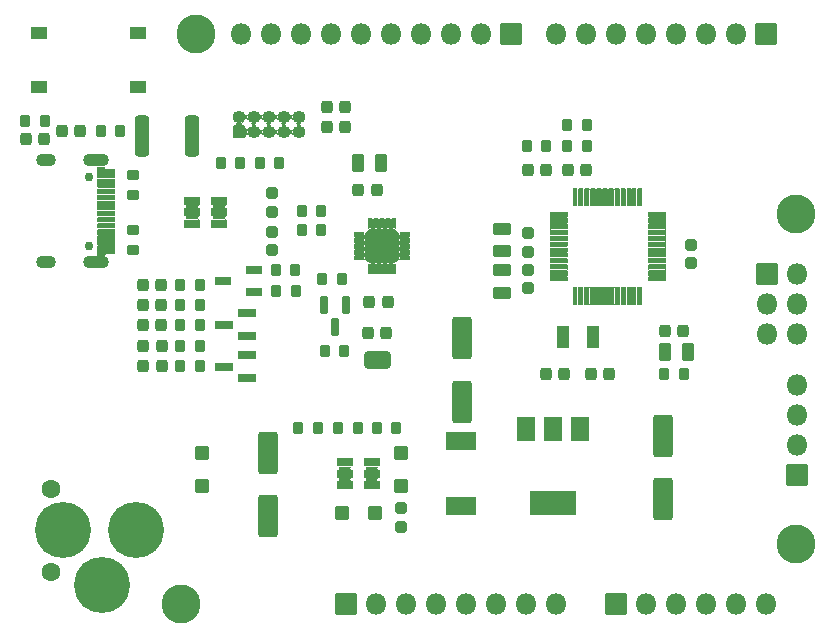
<source format=gts>
G04 #@! TF.GenerationSoftware,KiCad,Pcbnew,(6.0.1-0)*
G04 #@! TF.CreationDate,2023-01-23T19:01:18+00:00*
G04 #@! TF.ProjectId,Snowduino zero LE way,536e6f77-6475-4696-9e6f-207a65726f20,rev?*
G04 #@! TF.SameCoordinates,Original*
G04 #@! TF.FileFunction,Soldermask,Top*
G04 #@! TF.FilePolarity,Negative*
%FSLAX46Y46*%
G04 Gerber Fmt 4.6, Leading zero omitted, Abs format (unit mm)*
G04 Created by KiCad (PCBNEW (6.0.1-0)) date 2023-01-23 19:01:18*
%MOMM*%
%LPD*%
G01*
G04 APERTURE LIST*
G04 Aperture macros list*
%AMRoundRect*
0 Rectangle with rounded corners*
0 $1 Rounding radius*
0 $2 $3 $4 $5 $6 $7 $8 $9 X,Y pos of 4 corners*
0 Add a 4 corners polygon primitive as box body*
4,1,4,$2,$3,$4,$5,$6,$7,$8,$9,$2,$3,0*
0 Add four circle primitives for the rounded corners*
1,1,$1+$1,$2,$3*
1,1,$1+$1,$4,$5*
1,1,$1+$1,$6,$7*
1,1,$1+$1,$8,$9*
0 Add four rect primitives between the rounded corners*
20,1,$1+$1,$2,$3,$4,$5,0*
20,1,$1+$1,$4,$5,$6,$7,0*
20,1,$1+$1,$6,$7,$8,$9,0*
20,1,$1+$1,$8,$9,$2,$3,0*%
%AMFreePoly0*
4,1,37,0.535355,0.785355,0.550000,0.750000,0.550000,-0.750000,0.535355,-0.785355,0.500000,-0.800000,0.000000,-0.800000,-0.012524,-0.794812,-0.080857,-0.793560,-0.094851,-0.791293,-0.230166,-0.749018,-0.242962,-0.742915,-0.360972,-0.664360,-0.371540,-0.654911,-0.462760,-0.546392,-0.470252,-0.534356,-0.527347,-0.404597,-0.531159,-0.390943,-0.548742,-0.256483,-0.547388,-0.256306,-0.550000,-0.250000,
-0.550000,0.250000,-0.549522,0.251153,-0.549368,0.263802,-0.527557,0.403879,-0.523412,0.417435,-0.463164,0.545760,-0.455381,0.557609,-0.361537,0.663867,-0.350741,0.673055,-0.230846,0.748703,-0.217905,0.754492,-0.081598,0.793449,-0.067552,0.795373,-0.011991,0.795033,0.000000,0.800000,0.500000,0.800000,0.535355,0.785355,0.535355,0.785355,$1*%
%AMFreePoly1*
4,1,37,0.012350,0.794884,0.074210,0.794507,0.088231,0.792412,0.224052,0.751793,0.236921,0.745846,0.355883,0.668739,0.366566,0.659420,0.459104,0.552023,0.466742,0.540080,0.525419,0.411028,0.529398,0.397421,0.549495,0.257088,0.550000,0.250000,0.550000,-0.250000,0.549996,-0.250610,0.549847,-0.262826,0.549158,-0.270511,0.525638,-0.410312,0.521328,-0.423818,0.459516,-0.551397,
0.451589,-0.563150,0.356454,-0.668254,0.345546,-0.677309,0.224736,-0.751486,0.211726,-0.757116,0.074953,-0.794405,0.060885,-0.796158,0.011462,-0.795252,0.000000,-0.800000,-0.500000,-0.800000,-0.535355,-0.785355,-0.550000,-0.750000,-0.550000,0.750000,-0.535355,0.785355,-0.500000,0.800000,0.000000,0.800000,0.012350,0.794884,0.012350,0.794884,$1*%
G04 Aperture macros list end*
%ADD10C,3.300000*%
%ADD11RoundRect,0.050000X0.850000X-0.850000X0.850000X0.850000X-0.850000X0.850000X-0.850000X-0.850000X0*%
%ADD12O,1.800000X1.800000*%
%ADD13RoundRect,0.050000X-0.850000X0.850000X-0.850000X-0.850000X0.850000X-0.850000X0.850000X0.850000X0*%
%ADD14RoundRect,0.050000X-0.850000X-0.850000X0.850000X-0.850000X0.850000X0.850000X-0.850000X0.850000X0*%
%ADD15RoundRect,0.275000X0.250000X-0.225000X0.250000X0.225000X-0.250000X0.225000X-0.250000X-0.225000X0*%
%ADD16RoundRect,0.268750X-0.218750X-0.256250X0.218750X-0.256250X0.218750X0.256250X-0.218750X0.256250X0*%
%ADD17RoundRect,0.250000X0.200000X0.275000X-0.200000X0.275000X-0.200000X-0.275000X0.200000X-0.275000X0*%
%ADD18RoundRect,0.275000X-0.225000X-0.250000X0.225000X-0.250000X0.225000X0.250000X-0.225000X0.250000X0*%
%ADD19RoundRect,0.050000X0.850000X0.850000X-0.850000X0.850000X-0.850000X-0.850000X0.850000X-0.850000X0*%
%ADD20RoundRect,0.112500X-0.062500X0.350000X-0.062500X-0.350000X0.062500X-0.350000X0.062500X0.350000X0*%
%ADD21RoundRect,0.112500X-0.350000X0.062500X-0.350000X-0.062500X0.350000X-0.062500X0.350000X0.062500X0*%
%ADD22RoundRect,0.050000X-1.250000X1.250000X-1.250000X-1.250000X1.250000X-1.250000X1.250000X1.250000X0*%
%ADD23RoundRect,0.050000X1.200000X-0.750000X1.200000X0.750000X-1.200000X0.750000X-1.200000X-0.750000X0*%
%ADD24RoundRect,0.050000X-0.550000X-0.550000X0.550000X-0.550000X0.550000X0.550000X-0.550000X0.550000X0*%
%ADD25RoundRect,0.300000X0.312500X1.450000X-0.312500X1.450000X-0.312500X-1.450000X0.312500X-1.450000X0*%
%ADD26RoundRect,0.300000X-0.250000X-0.475000X0.250000X-0.475000X0.250000X0.475000X-0.250000X0.475000X0*%
%ADD27RoundRect,0.250000X0.275000X-0.200000X0.275000X0.200000X-0.275000X0.200000X-0.275000X-0.200000X0*%
%ADD28RoundRect,0.300000X0.550000X-1.500000X0.550000X1.500000X-0.550000X1.500000X-0.550000X-1.500000X0*%
%ADD29RoundRect,0.050000X-0.550000X0.550000X-0.550000X-0.550000X0.550000X-0.550000X0.550000X0.550000X0*%
%ADD30RoundRect,0.200000X-0.150000X0.587500X-0.150000X-0.587500X0.150000X-0.587500X0.150000X0.587500X0*%
%ADD31RoundRect,0.200000X0.587500X0.150000X-0.587500X0.150000X-0.587500X-0.150000X0.587500X-0.150000X0*%
%ADD32RoundRect,0.125000X0.075000X-0.662500X0.075000X0.662500X-0.075000X0.662500X-0.075000X-0.662500X0*%
%ADD33RoundRect,0.125000X0.662500X-0.075000X0.662500X0.075000X-0.662500X0.075000X-0.662500X-0.075000X0*%
%ADD34RoundRect,0.275000X-0.250000X0.225000X-0.250000X-0.225000X0.250000X-0.225000X0.250000X0.225000X0*%
%ADD35RoundRect,0.050000X0.500000X-0.500000X0.500000X0.500000X-0.500000X0.500000X-0.500000X-0.500000X0*%
%ADD36O,1.100000X1.100000*%
%ADD37RoundRect,0.200000X0.512500X0.150000X-0.512500X0.150000X-0.512500X-0.150000X0.512500X-0.150000X0*%
%ADD38FreePoly0,0.000000*%
%ADD39FreePoly1,0.000000*%
%ADD40RoundRect,0.050000X-0.500000X-0.900000X0.500000X-0.900000X0.500000X0.900000X-0.500000X0.900000X0*%
%ADD41RoundRect,0.300000X-0.475000X0.250000X-0.475000X-0.250000X0.475000X-0.250000X0.475000X0.250000X0*%
%ADD42RoundRect,0.050000X-0.750000X1.000000X-0.750000X-1.000000X0.750000X-1.000000X0.750000X1.000000X0*%
%ADD43RoundRect,0.050000X-1.900000X1.000000X-1.900000X-1.000000X1.900000X-1.000000X1.900000X1.000000X0*%
%ADD44RoundRect,0.250000X-0.200000X-0.275000X0.200000X-0.275000X0.200000X0.275000X-0.200000X0.275000X0*%
%ADD45RoundRect,0.275000X0.225000X0.250000X-0.225000X0.250000X-0.225000X-0.250000X0.225000X-0.250000X0*%
%ADD46RoundRect,0.300000X0.475000X-0.250000X0.475000X0.250000X-0.475000X0.250000X-0.475000X-0.250000X0*%
%ADD47RoundRect,0.050000X0.650000X-0.500000X0.650000X0.500000X-0.650000X0.500000X-0.650000X-0.500000X0*%
%ADD48C,0.750000*%
%ADD49RoundRect,0.050000X-0.725000X0.300000X-0.725000X-0.300000X0.725000X-0.300000X0.725000X0.300000X0*%
%ADD50RoundRect,0.050000X-0.725000X0.150000X-0.725000X-0.150000X0.725000X-0.150000X0.725000X0.150000X0*%
%ADD51O,2.200000X1.100000*%
%ADD52O,1.700000X1.100000*%
%ADD53RoundRect,0.050000X0.610000X0.325000X-0.610000X0.325000X-0.610000X-0.325000X0.610000X-0.325000X0*%
%ADD54C,1.600000*%
%ADD55C,4.750000*%
%ADD56RoundRect,0.050000X0.550000X-0.550000X0.550000X0.550000X-0.550000X0.550000X-0.550000X-0.550000X0*%
G04 APERTURE END LIST*
D10*
X147556000Y-90103000D03*
X147556000Y-118043000D03*
D11*
X109456000Y-123123000D03*
D12*
X111996000Y-123123000D03*
X114536000Y-123123000D03*
X117076000Y-123123000D03*
X119616000Y-123123000D03*
X122156000Y-123123000D03*
X124696000Y-123123000D03*
X127236000Y-123123000D03*
D13*
X123426000Y-74863000D03*
D12*
X120886000Y-74863000D03*
X118346000Y-74863000D03*
X115806000Y-74863000D03*
X113266000Y-74863000D03*
X110726000Y-74863000D03*
X108186000Y-74863000D03*
X105646000Y-74863000D03*
X103106000Y-74863000D03*
X100566000Y-74863000D03*
D13*
X145016000Y-74863000D03*
D12*
X142476000Y-74863000D03*
X139936000Y-74863000D03*
X137396000Y-74863000D03*
X134856000Y-74863000D03*
X132316000Y-74863000D03*
X129776000Y-74863000D03*
X127236000Y-74863000D03*
D10*
X96756000Y-74863000D03*
X95486000Y-123123000D03*
D14*
X145143000Y-95183000D03*
D12*
X147683000Y-95183000D03*
X145143000Y-97723000D03*
X147683000Y-97723000D03*
X145143000Y-100263000D03*
X147683000Y-100263000D03*
D11*
X132316000Y-123123000D03*
D12*
X134856000Y-123123000D03*
X137396000Y-123123000D03*
X139936000Y-123123000D03*
X142476000Y-123123000D03*
X145016000Y-123123000D03*
D15*
X103241000Y-89888000D03*
X103241000Y-88338000D03*
D16*
X92278500Y-101238000D03*
X93853500Y-101238000D03*
D17*
X97103500Y-102963000D03*
X95453500Y-102963000D03*
D18*
X107866000Y-81013000D03*
X109416000Y-81013000D03*
D19*
X147641000Y-112138000D03*
D12*
X147641000Y-109598000D03*
X147641000Y-107058000D03*
X147641000Y-104518000D03*
D15*
X124861000Y-93273000D03*
X124861000Y-91723000D03*
D17*
X107391000Y-91463000D03*
X105741000Y-91463000D03*
D20*
X113516000Y-90850500D03*
X113016000Y-90850500D03*
X112516000Y-90850500D03*
X112016000Y-90850500D03*
X111516000Y-90850500D03*
D21*
X110578500Y-91788000D03*
X110578500Y-92288000D03*
X110578500Y-92788000D03*
X110578500Y-93288000D03*
X110578500Y-93788000D03*
D20*
X111516000Y-94725500D03*
X112016000Y-94725500D03*
X112516000Y-94725500D03*
X113016000Y-94725500D03*
X113516000Y-94725500D03*
D21*
X114453500Y-93788000D03*
X114453500Y-93288000D03*
X114453500Y-92788000D03*
X114453500Y-92288000D03*
X114453500Y-91788000D03*
D22*
X112516000Y-92788000D03*
D23*
X119216000Y-114788000D03*
X119216000Y-109288000D03*
D24*
X109141000Y-115363000D03*
X111941000Y-115363000D03*
D25*
X96453500Y-83438000D03*
X92178500Y-83438000D03*
D17*
X138046000Y-103593000D03*
X136396000Y-103593000D03*
X110441000Y-108163000D03*
X108791000Y-108163000D03*
D26*
X110516000Y-85738000D03*
X112416000Y-85738000D03*
D18*
X111441000Y-97488000D03*
X112991000Y-97488000D03*
D27*
X91412000Y-88436000D03*
X91412000Y-86786000D03*
D16*
X92278500Y-102963000D03*
X93853500Y-102963000D03*
D28*
X102841000Y-115688000D03*
X102841000Y-110288000D03*
D18*
X110516000Y-88063000D03*
X112066000Y-88063000D03*
D29*
X97291000Y-110338000D03*
X97291000Y-113138000D03*
D30*
X109466000Y-97750500D03*
X107566000Y-97750500D03*
X108516000Y-99625500D03*
D31*
X101053500Y-100403000D03*
X101053500Y-98503000D03*
X99178500Y-99453000D03*
D32*
X128891000Y-97000500D03*
X129391000Y-97000500D03*
X129891000Y-97000500D03*
X130391000Y-97000500D03*
X130891000Y-97000500D03*
X131391000Y-97000500D03*
X131891000Y-97000500D03*
X132391000Y-97000500D03*
X132891000Y-97000500D03*
X133391000Y-97000500D03*
X133891000Y-97000500D03*
X134391000Y-97000500D03*
D33*
X135803500Y-95588000D03*
X135803500Y-95088000D03*
X135803500Y-94588000D03*
X135803500Y-94088000D03*
X135803500Y-93588000D03*
X135803500Y-93088000D03*
X135803500Y-92588000D03*
X135803500Y-92088000D03*
X135803500Y-91588000D03*
X135803500Y-91088000D03*
X135803500Y-90588000D03*
X135803500Y-90088000D03*
D32*
X134391000Y-88675500D03*
X133891000Y-88675500D03*
X133391000Y-88675500D03*
X132891000Y-88675500D03*
X132391000Y-88675500D03*
X131891000Y-88675500D03*
X131391000Y-88675500D03*
X130891000Y-88675500D03*
X130391000Y-88675500D03*
X129891000Y-88675500D03*
X129391000Y-88675500D03*
X128891000Y-88675500D03*
D33*
X127478500Y-90088000D03*
X127478500Y-90588000D03*
X127478500Y-91088000D03*
X127478500Y-91588000D03*
X127478500Y-92088000D03*
X127478500Y-92588000D03*
X127478500Y-93088000D03*
X127478500Y-93588000D03*
X127478500Y-94088000D03*
X127478500Y-94588000D03*
X127478500Y-95088000D03*
X127478500Y-95588000D03*
D28*
X136266000Y-114238000D03*
X136266000Y-108838000D03*
D17*
X105206000Y-96593000D03*
X103556000Y-96593000D03*
D34*
X114091000Y-115013000D03*
X114091000Y-116563000D03*
D35*
X100391000Y-83138000D03*
D36*
X100391000Y-81868000D03*
X101661000Y-83138000D03*
X101661000Y-81868000D03*
X102931000Y-83138000D03*
X102931000Y-81868000D03*
X104201000Y-83138000D03*
X104201000Y-81868000D03*
X105471000Y-83138000D03*
X105471000Y-81868000D03*
D37*
X111628500Y-113013000D03*
X111628500Y-112063000D03*
X111628500Y-111113000D03*
X109353500Y-111113000D03*
X109353500Y-112063000D03*
X109353500Y-113013000D03*
D28*
X119266000Y-105963000D03*
X119266000Y-100563000D03*
D38*
X111466000Y-102463000D03*
D39*
X112766000Y-102463000D03*
D40*
X127876000Y-100493000D03*
X130376000Y-100493000D03*
D16*
X92253500Y-97788000D03*
X93828500Y-97788000D03*
D41*
X122716000Y-94833000D03*
X122716000Y-96733000D03*
D42*
X129316000Y-108288000D03*
D43*
X127016000Y-114588000D03*
D42*
X127016000Y-108288000D03*
X124716000Y-108288000D03*
D44*
X107666000Y-101663000D03*
X109316000Y-101663000D03*
D18*
X126366000Y-103638000D03*
X127916000Y-103638000D03*
D17*
X129861000Y-84348000D03*
X128211000Y-84348000D03*
D44*
X124786000Y-84348000D03*
X126436000Y-84348000D03*
D27*
X91416000Y-93113000D03*
X91416000Y-91463000D03*
D15*
X138641000Y-94213000D03*
X138641000Y-92663000D03*
D45*
X131756000Y-103653000D03*
X130206000Y-103653000D03*
D26*
X136496000Y-101793000D03*
X138396000Y-101793000D03*
D17*
X97103500Y-96063000D03*
X95453500Y-96063000D03*
D46*
X122711000Y-93248000D03*
X122711000Y-91348000D03*
D44*
X103531000Y-94793000D03*
X105181000Y-94793000D03*
D45*
X126386000Y-86373000D03*
X124836000Y-86373000D03*
D18*
X107866000Y-82738000D03*
X109416000Y-82738000D03*
X82356000Y-83723000D03*
X83906000Y-83723000D03*
X128261000Y-86323000D03*
X129811000Y-86323000D03*
D47*
X83491000Y-74788000D03*
X91891000Y-74788000D03*
X83491000Y-79288000D03*
X91891000Y-79288000D03*
D17*
X107391000Y-89813000D03*
X105741000Y-89813000D03*
X129861000Y-82523000D03*
X128211000Y-82523000D03*
D37*
X98716000Y-90888000D03*
X98716000Y-89938000D03*
X98716000Y-88988000D03*
X96441000Y-88988000D03*
X96441000Y-89938000D03*
X96441000Y-90888000D03*
D34*
X124866000Y-94808000D03*
X124866000Y-96358000D03*
D48*
X87731000Y-92753000D03*
X87731000Y-86973000D03*
D49*
X89176000Y-86613000D03*
X89176000Y-87413000D03*
D50*
X89176000Y-88613000D03*
X89176000Y-89613000D03*
X89176000Y-90113000D03*
X89176000Y-91113000D03*
D49*
X89176000Y-92313000D03*
X89176000Y-93113000D03*
X89176000Y-93113000D03*
X89176000Y-92313000D03*
D50*
X89176000Y-91613000D03*
X89176000Y-90613000D03*
X89176000Y-89113000D03*
X89176000Y-88113000D03*
D49*
X89176000Y-87413000D03*
X89176000Y-86613000D03*
D51*
X88261000Y-85543000D03*
X88261000Y-94183000D03*
D52*
X84081000Y-94183000D03*
X84081000Y-85543000D03*
D18*
X136446000Y-99993000D03*
X137996000Y-99993000D03*
D31*
X101053500Y-103953000D03*
X101053500Y-102053000D03*
X99178500Y-103003000D03*
D17*
X97103500Y-99513000D03*
X95453500Y-99513000D03*
D34*
X103241000Y-91588000D03*
X103241000Y-93138000D03*
D53*
X101686000Y-96723000D03*
X101686000Y-94823000D03*
X99066000Y-95773000D03*
D16*
X92253500Y-96063000D03*
X93828500Y-96063000D03*
D17*
X97103500Y-101238000D03*
X95453500Y-101238000D03*
X100491000Y-85763000D03*
X98841000Y-85763000D03*
D44*
X102166000Y-85738000D03*
X103816000Y-85738000D03*
D45*
X86966000Y-83038000D03*
X85416000Y-83038000D03*
D18*
X111341000Y-100113000D03*
X112891000Y-100113000D03*
D54*
X84491000Y-120363000D03*
X84491000Y-113363000D03*
D55*
X85491000Y-116863000D03*
X88791000Y-121463000D03*
X91691000Y-116863000D03*
D56*
X114141000Y-113113000D03*
X114141000Y-110313000D03*
D44*
X105441000Y-108163000D03*
X107091000Y-108163000D03*
D17*
X83956000Y-82173000D03*
X82306000Y-82173000D03*
X113741000Y-108188000D03*
X112091000Y-108188000D03*
X109116000Y-95613000D03*
X107466000Y-95613000D03*
X97103500Y-97788000D03*
X95453500Y-97788000D03*
D16*
X92266000Y-99513000D03*
X93841000Y-99513000D03*
D17*
X90341000Y-83038000D03*
X88691000Y-83038000D03*
G36*
X109927471Y-112399753D02*
G01*
X109927861Y-112401715D01*
X109926848Y-112402867D01*
X109922369Y-112405066D01*
X109864504Y-112455634D01*
X109839764Y-112528103D01*
X109854572Y-112603229D01*
X109905094Y-112661042D01*
X109922423Y-112671026D01*
X109926651Y-112673092D01*
X109927768Y-112674751D01*
X109926890Y-112676548D01*
X109925383Y-112676851D01*
X109865801Y-112665000D01*
X108841199Y-112665000D01*
X108781423Y-112676890D01*
X108779529Y-112676247D01*
X108779139Y-112674285D01*
X108780152Y-112673133D01*
X108784631Y-112670934D01*
X108842496Y-112620366D01*
X108867236Y-112547897D01*
X108852428Y-112472771D01*
X108801906Y-112414958D01*
X108784577Y-112404974D01*
X108780349Y-112402908D01*
X108779232Y-112401249D01*
X108780110Y-112399452D01*
X108781617Y-112399149D01*
X108841199Y-112411000D01*
X109865801Y-112411000D01*
X109925577Y-112399110D01*
X109927471Y-112399753D01*
G37*
G36*
X112202471Y-112399753D02*
G01*
X112202861Y-112401715D01*
X112201848Y-112402867D01*
X112197369Y-112405066D01*
X112139504Y-112455634D01*
X112114764Y-112528103D01*
X112129572Y-112603229D01*
X112180094Y-112661042D01*
X112197423Y-112671026D01*
X112201651Y-112673092D01*
X112202768Y-112674751D01*
X112201890Y-112676548D01*
X112200383Y-112676851D01*
X112140801Y-112665000D01*
X111116199Y-112665000D01*
X111056423Y-112676890D01*
X111054529Y-112676247D01*
X111054139Y-112674285D01*
X111055152Y-112673133D01*
X111059631Y-112670934D01*
X111117496Y-112620366D01*
X111142236Y-112547897D01*
X111127428Y-112472771D01*
X111076906Y-112414958D01*
X111059577Y-112404974D01*
X111055349Y-112402908D01*
X111054232Y-112401249D01*
X111055110Y-112399452D01*
X111056617Y-112399149D01*
X111116199Y-112411000D01*
X112140801Y-112411000D01*
X112200577Y-112399110D01*
X112202471Y-112399753D01*
G37*
G36*
X109927471Y-111449753D02*
G01*
X109927861Y-111451715D01*
X109926848Y-111452867D01*
X109922369Y-111455066D01*
X109864504Y-111505634D01*
X109839764Y-111578103D01*
X109854572Y-111653229D01*
X109905094Y-111711042D01*
X109922423Y-111721026D01*
X109926651Y-111723092D01*
X109927768Y-111724751D01*
X109926890Y-111726548D01*
X109925383Y-111726851D01*
X109865801Y-111715000D01*
X108841199Y-111715000D01*
X108781423Y-111726890D01*
X108779529Y-111726247D01*
X108779139Y-111724285D01*
X108780152Y-111723133D01*
X108784631Y-111720934D01*
X108842496Y-111670366D01*
X108867236Y-111597897D01*
X108852428Y-111522771D01*
X108801906Y-111464958D01*
X108784577Y-111454974D01*
X108780349Y-111452908D01*
X108779232Y-111451249D01*
X108780110Y-111449452D01*
X108781617Y-111449149D01*
X108841199Y-111461000D01*
X109865801Y-111461000D01*
X109925577Y-111449110D01*
X109927471Y-111449753D01*
G37*
G36*
X112202471Y-111449753D02*
G01*
X112202861Y-111451715D01*
X112201848Y-111452867D01*
X112197369Y-111455066D01*
X112139504Y-111505634D01*
X112114764Y-111578103D01*
X112129572Y-111653229D01*
X112180094Y-111711042D01*
X112197423Y-111721026D01*
X112201651Y-111723092D01*
X112202768Y-111724751D01*
X112201890Y-111726548D01*
X112200383Y-111726851D01*
X112140801Y-111715000D01*
X111116199Y-111715000D01*
X111056423Y-111726890D01*
X111054529Y-111726247D01*
X111054139Y-111724285D01*
X111055152Y-111723133D01*
X111059631Y-111720934D01*
X111117496Y-111670366D01*
X111142236Y-111597897D01*
X111127428Y-111522771D01*
X111076906Y-111464958D01*
X111059577Y-111454974D01*
X111055349Y-111452908D01*
X111054232Y-111451249D01*
X111055110Y-111449452D01*
X111056617Y-111449149D01*
X111116199Y-111461000D01*
X112140801Y-111461000D01*
X112200577Y-111449110D01*
X112202471Y-111449753D01*
G37*
G36*
X112006649Y-101682242D02*
G01*
X112024117Y-101693914D01*
X112024325Y-101694073D01*
X112050570Y-101717091D01*
X112125672Y-101732031D01*
X112198248Y-101707396D01*
X112219337Y-101686307D01*
X112219640Y-101686058D01*
X112225351Y-101682242D01*
X112227347Y-101682111D01*
X112228458Y-101683774D01*
X112228125Y-101685016D01*
X112221691Y-101694645D01*
X112218000Y-101713199D01*
X112218000Y-103212801D01*
X112221691Y-103231355D01*
X112228125Y-103240984D01*
X112228256Y-103242980D01*
X112226593Y-103244091D01*
X112225351Y-103243758D01*
X112207883Y-103232086D01*
X112207675Y-103231927D01*
X112181430Y-103208909D01*
X112106328Y-103193969D01*
X112033752Y-103218604D01*
X112012663Y-103239693D01*
X112012360Y-103239942D01*
X112006649Y-103243758D01*
X112004653Y-103243889D01*
X112003542Y-103242226D01*
X112003875Y-103240984D01*
X112010309Y-103231355D01*
X112014000Y-103212801D01*
X112014000Y-101713199D01*
X112010309Y-101694645D01*
X112003875Y-101685016D01*
X112003744Y-101683020D01*
X112005407Y-101681909D01*
X112006649Y-101682242D01*
G37*
G36*
X130558956Y-96253593D02*
G01*
X130631325Y-96278159D01*
X130706630Y-96263179D01*
X130722519Y-96254006D01*
X130724519Y-96254006D01*
X130725519Y-96255738D01*
X130725182Y-96256849D01*
X130702400Y-96290944D01*
X130693000Y-96338199D01*
X130693000Y-97662801D01*
X130702400Y-97710056D01*
X130725350Y-97744402D01*
X130725481Y-97746398D01*
X130723818Y-97747509D01*
X130723044Y-97747407D01*
X130650675Y-97722841D01*
X130575370Y-97737821D01*
X130559481Y-97746994D01*
X130557481Y-97746994D01*
X130556481Y-97745262D01*
X130556818Y-97744151D01*
X130579600Y-97710056D01*
X130589000Y-97662801D01*
X130589000Y-96338199D01*
X130579600Y-96290944D01*
X130556650Y-96256598D01*
X130556519Y-96254602D01*
X130558182Y-96253491D01*
X130558956Y-96253593D01*
G37*
G36*
X130058956Y-96253593D02*
G01*
X130131325Y-96278159D01*
X130206630Y-96263179D01*
X130222519Y-96254006D01*
X130224519Y-96254006D01*
X130225519Y-96255738D01*
X130225182Y-96256849D01*
X130202400Y-96290944D01*
X130193000Y-96338199D01*
X130193000Y-97662801D01*
X130202400Y-97710056D01*
X130225350Y-97744402D01*
X130225481Y-97746398D01*
X130223818Y-97747509D01*
X130223044Y-97747407D01*
X130150675Y-97722841D01*
X130075370Y-97737821D01*
X130059481Y-97746994D01*
X130057481Y-97746994D01*
X130056481Y-97745262D01*
X130056818Y-97744151D01*
X130079600Y-97710056D01*
X130089000Y-97662801D01*
X130089000Y-96338199D01*
X130079600Y-96290944D01*
X130056650Y-96256598D01*
X130056519Y-96254602D01*
X130058182Y-96253491D01*
X130058956Y-96253593D01*
G37*
G36*
X129058956Y-96253593D02*
G01*
X129131325Y-96278159D01*
X129206630Y-96263179D01*
X129222519Y-96254006D01*
X129224519Y-96254006D01*
X129225519Y-96255738D01*
X129225182Y-96256849D01*
X129202400Y-96290944D01*
X129193000Y-96338199D01*
X129193000Y-97662801D01*
X129202400Y-97710056D01*
X129225350Y-97744402D01*
X129225481Y-97746398D01*
X129223818Y-97747509D01*
X129223044Y-97747407D01*
X129150675Y-97722841D01*
X129075370Y-97737821D01*
X129059481Y-97746994D01*
X129057481Y-97746994D01*
X129056481Y-97745262D01*
X129056818Y-97744151D01*
X129079600Y-97710056D01*
X129089000Y-97662801D01*
X129089000Y-96338199D01*
X129079600Y-96290944D01*
X129056650Y-96256598D01*
X129056519Y-96254602D01*
X129058182Y-96253491D01*
X129058956Y-96253593D01*
G37*
G36*
X134058956Y-96253593D02*
G01*
X134131325Y-96278159D01*
X134206630Y-96263179D01*
X134222519Y-96254006D01*
X134224519Y-96254006D01*
X134225519Y-96255738D01*
X134225182Y-96256849D01*
X134202400Y-96290944D01*
X134193000Y-96338199D01*
X134193000Y-97662801D01*
X134202400Y-97710056D01*
X134225350Y-97744402D01*
X134225481Y-97746398D01*
X134223818Y-97747509D01*
X134223044Y-97747407D01*
X134150675Y-97722841D01*
X134075370Y-97737821D01*
X134059481Y-97746994D01*
X134057481Y-97746994D01*
X134056481Y-97745262D01*
X134056818Y-97744151D01*
X134079600Y-97710056D01*
X134089000Y-97662801D01*
X134089000Y-96338199D01*
X134079600Y-96290944D01*
X134056650Y-96256598D01*
X134056519Y-96254602D01*
X134058182Y-96253491D01*
X134058956Y-96253593D01*
G37*
G36*
X131058956Y-96253593D02*
G01*
X131131325Y-96278159D01*
X131206630Y-96263179D01*
X131222519Y-96254006D01*
X131224519Y-96254006D01*
X131225519Y-96255738D01*
X131225182Y-96256849D01*
X131202400Y-96290944D01*
X131193000Y-96338199D01*
X131193000Y-97662801D01*
X131202400Y-97710056D01*
X131225350Y-97744402D01*
X131225481Y-97746398D01*
X131223818Y-97747509D01*
X131223044Y-97747407D01*
X131150675Y-97722841D01*
X131075370Y-97737821D01*
X131059481Y-97746994D01*
X131057481Y-97746994D01*
X131056481Y-97745262D01*
X131056818Y-97744151D01*
X131079600Y-97710056D01*
X131089000Y-97662801D01*
X131089000Y-96338199D01*
X131079600Y-96290944D01*
X131056650Y-96256598D01*
X131056519Y-96254602D01*
X131058182Y-96253491D01*
X131058956Y-96253593D01*
G37*
G36*
X133558956Y-96253593D02*
G01*
X133631325Y-96278159D01*
X133706630Y-96263179D01*
X133722519Y-96254006D01*
X133724519Y-96254006D01*
X133725519Y-96255738D01*
X133725182Y-96256849D01*
X133702400Y-96290944D01*
X133693000Y-96338199D01*
X133693000Y-97662801D01*
X133702400Y-97710056D01*
X133725350Y-97744402D01*
X133725481Y-97746398D01*
X133723818Y-97747509D01*
X133723044Y-97747407D01*
X133650675Y-97722841D01*
X133575370Y-97737821D01*
X133559481Y-97746994D01*
X133557481Y-97746994D01*
X133556481Y-97745262D01*
X133556818Y-97744151D01*
X133579600Y-97710056D01*
X133589000Y-97662801D01*
X133589000Y-96338199D01*
X133579600Y-96290944D01*
X133556650Y-96256598D01*
X133556519Y-96254602D01*
X133558182Y-96253491D01*
X133558956Y-96253593D01*
G37*
G36*
X132058956Y-96253593D02*
G01*
X132131325Y-96278159D01*
X132206630Y-96263179D01*
X132222519Y-96254006D01*
X132224519Y-96254006D01*
X132225519Y-96255738D01*
X132225182Y-96256849D01*
X132202400Y-96290944D01*
X132193000Y-96338199D01*
X132193000Y-97662801D01*
X132202400Y-97710056D01*
X132225350Y-97744402D01*
X132225481Y-97746398D01*
X132223818Y-97747509D01*
X132223044Y-97747407D01*
X132150675Y-97722841D01*
X132075370Y-97737821D01*
X132059481Y-97746994D01*
X132057481Y-97746994D01*
X132056481Y-97745262D01*
X132056818Y-97744151D01*
X132079600Y-97710056D01*
X132089000Y-97662801D01*
X132089000Y-96338199D01*
X132079600Y-96290944D01*
X132056650Y-96256598D01*
X132056519Y-96254602D01*
X132058182Y-96253491D01*
X132058956Y-96253593D01*
G37*
G36*
X129558956Y-96253593D02*
G01*
X129631325Y-96278159D01*
X129706630Y-96263179D01*
X129722519Y-96254006D01*
X129724519Y-96254006D01*
X129725519Y-96255738D01*
X129725182Y-96256849D01*
X129702400Y-96290944D01*
X129693000Y-96338199D01*
X129693000Y-97662801D01*
X129702400Y-97710056D01*
X129725350Y-97744402D01*
X129725481Y-97746398D01*
X129723818Y-97747509D01*
X129723044Y-97747407D01*
X129650675Y-97722841D01*
X129575370Y-97737821D01*
X129559481Y-97746994D01*
X129557481Y-97746994D01*
X129556481Y-97745262D01*
X129556818Y-97744151D01*
X129579600Y-97710056D01*
X129589000Y-97662801D01*
X129589000Y-96338199D01*
X129579600Y-96290944D01*
X129556650Y-96256598D01*
X129556519Y-96254602D01*
X129558182Y-96253491D01*
X129558956Y-96253593D01*
G37*
G36*
X132558956Y-96253593D02*
G01*
X132631325Y-96278159D01*
X132706630Y-96263179D01*
X132722519Y-96254006D01*
X132724519Y-96254006D01*
X132725519Y-96255738D01*
X132725182Y-96256849D01*
X132702400Y-96290944D01*
X132693000Y-96338199D01*
X132693000Y-97662801D01*
X132702400Y-97710056D01*
X132725350Y-97744402D01*
X132725481Y-97746398D01*
X132723818Y-97747509D01*
X132723044Y-97747407D01*
X132650675Y-97722841D01*
X132575370Y-97737821D01*
X132559481Y-97746994D01*
X132557481Y-97746994D01*
X132556481Y-97745262D01*
X132556818Y-97744151D01*
X132579600Y-97710056D01*
X132589000Y-97662801D01*
X132589000Y-96338199D01*
X132579600Y-96290944D01*
X132556650Y-96256598D01*
X132556519Y-96254602D01*
X132558182Y-96253491D01*
X132558956Y-96253593D01*
G37*
G36*
X131558956Y-96253593D02*
G01*
X131631325Y-96278159D01*
X131706630Y-96263179D01*
X131722519Y-96254006D01*
X131724519Y-96254006D01*
X131725519Y-96255738D01*
X131725182Y-96256849D01*
X131702400Y-96290944D01*
X131693000Y-96338199D01*
X131693000Y-97662801D01*
X131702400Y-97710056D01*
X131725350Y-97744402D01*
X131725481Y-97746398D01*
X131723818Y-97747509D01*
X131723044Y-97747407D01*
X131650675Y-97722841D01*
X131575370Y-97737821D01*
X131559481Y-97746994D01*
X131557481Y-97746994D01*
X131556481Y-97745262D01*
X131556818Y-97744151D01*
X131579600Y-97710056D01*
X131589000Y-97662801D01*
X131589000Y-96338199D01*
X131579600Y-96290944D01*
X131556650Y-96256598D01*
X131556519Y-96254602D01*
X131558182Y-96253491D01*
X131558956Y-96253593D01*
G37*
G36*
X133058956Y-96253593D02*
G01*
X133131325Y-96278159D01*
X133206630Y-96263179D01*
X133222519Y-96254006D01*
X133224519Y-96254006D01*
X133225519Y-96255738D01*
X133225182Y-96256849D01*
X133202400Y-96290944D01*
X133193000Y-96338199D01*
X133193000Y-97662801D01*
X133202400Y-97710056D01*
X133225350Y-97744402D01*
X133225481Y-97746398D01*
X133223818Y-97747509D01*
X133223044Y-97747407D01*
X133150675Y-97722841D01*
X133075370Y-97737821D01*
X133059481Y-97746994D01*
X133057481Y-97746994D01*
X133056481Y-97745262D01*
X133056818Y-97744151D01*
X133079600Y-97710056D01*
X133089000Y-97662801D01*
X133089000Y-96338199D01*
X133079600Y-96290944D01*
X133056650Y-96256598D01*
X133056519Y-96254602D01*
X133058182Y-96253491D01*
X133058956Y-96253593D01*
G37*
G36*
X135059849Y-95253818D02*
G01*
X135093944Y-95276600D01*
X135141199Y-95286000D01*
X136465801Y-95286000D01*
X136513056Y-95276600D01*
X136547402Y-95253650D01*
X136549398Y-95253519D01*
X136550509Y-95255182D01*
X136550407Y-95255956D01*
X136525841Y-95328325D01*
X136540821Y-95403630D01*
X136549994Y-95419519D01*
X136549994Y-95421519D01*
X136548262Y-95422519D01*
X136547151Y-95422182D01*
X136513056Y-95399400D01*
X136465801Y-95390000D01*
X135141199Y-95390000D01*
X135093944Y-95399400D01*
X135059598Y-95422350D01*
X135057602Y-95422481D01*
X135056491Y-95420818D01*
X135056593Y-95420044D01*
X135081159Y-95347675D01*
X135066179Y-95272370D01*
X135057006Y-95256481D01*
X135057006Y-95254481D01*
X135058738Y-95253481D01*
X135059849Y-95253818D01*
G37*
G36*
X126734849Y-95253818D02*
G01*
X126768944Y-95276600D01*
X126816199Y-95286000D01*
X128140801Y-95286000D01*
X128188056Y-95276600D01*
X128222402Y-95253650D01*
X128224398Y-95253519D01*
X128225509Y-95255182D01*
X128225407Y-95255956D01*
X128200841Y-95328325D01*
X128215821Y-95403630D01*
X128224994Y-95419519D01*
X128224994Y-95421519D01*
X128223262Y-95422519D01*
X128222151Y-95422182D01*
X128188056Y-95399400D01*
X128140801Y-95390000D01*
X126816199Y-95390000D01*
X126768944Y-95399400D01*
X126734598Y-95422350D01*
X126732602Y-95422481D01*
X126731491Y-95420818D01*
X126731593Y-95420044D01*
X126756159Y-95347675D01*
X126741179Y-95272370D01*
X126732006Y-95256481D01*
X126732006Y-95254481D01*
X126733738Y-95253481D01*
X126734849Y-95253818D01*
G37*
G36*
X113760251Y-94087000D02*
G01*
X113760251Y-94089000D01*
X113759404Y-94089794D01*
X113695178Y-94121466D01*
X113652636Y-94185133D01*
X113647622Y-94261613D01*
X113664186Y-94301602D01*
X113663925Y-94303585D01*
X113662077Y-94304350D01*
X113660675Y-94303478D01*
X113656608Y-94297392D01*
X113620773Y-94273449D01*
X113578301Y-94265000D01*
X113453699Y-94265000D01*
X113411227Y-94273449D01*
X113375392Y-94297392D01*
X113351449Y-94333227D01*
X113343000Y-94375699D01*
X113343000Y-95075301D01*
X113351449Y-95117773D01*
X113371429Y-95147677D01*
X113371560Y-95149673D01*
X113369897Y-95150784D01*
X113368655Y-95150451D01*
X113351771Y-95139169D01*
X113351229Y-95139980D01*
X113349435Y-95140865D01*
X113348247Y-95140373D01*
X113331425Y-95125620D01*
X113256322Y-95110682D01*
X113183747Y-95135320D01*
X113179371Y-95139696D01*
X113179068Y-95139945D01*
X113163345Y-95150451D01*
X113161349Y-95150582D01*
X113160238Y-95148919D01*
X113160571Y-95147677D01*
X113180551Y-95117773D01*
X113189000Y-95075301D01*
X113189000Y-94375699D01*
X113180551Y-94333227D01*
X113156608Y-94297392D01*
X113120773Y-94273449D01*
X113078301Y-94265000D01*
X112953699Y-94265000D01*
X112911227Y-94273449D01*
X112875392Y-94297392D01*
X112851449Y-94333227D01*
X112843000Y-94375699D01*
X112843000Y-95075301D01*
X112851449Y-95117773D01*
X112871429Y-95147677D01*
X112871560Y-95149673D01*
X112869897Y-95150784D01*
X112868655Y-95150451D01*
X112851771Y-95139169D01*
X112851229Y-95139980D01*
X112849435Y-95140865D01*
X112848247Y-95140373D01*
X112831425Y-95125620D01*
X112756322Y-95110682D01*
X112683747Y-95135320D01*
X112679371Y-95139696D01*
X112679068Y-95139945D01*
X112663345Y-95150451D01*
X112661349Y-95150582D01*
X112660238Y-95148919D01*
X112660571Y-95147677D01*
X112680551Y-95117773D01*
X112689000Y-95075301D01*
X112689000Y-94375699D01*
X112680551Y-94333227D01*
X112656608Y-94297392D01*
X112620773Y-94273449D01*
X112578301Y-94265000D01*
X112453699Y-94265000D01*
X112411227Y-94273449D01*
X112375392Y-94297392D01*
X112351449Y-94333227D01*
X112343000Y-94375699D01*
X112343000Y-95075301D01*
X112351449Y-95117773D01*
X112371429Y-95147677D01*
X112371560Y-95149673D01*
X112369897Y-95150784D01*
X112368655Y-95150451D01*
X112351771Y-95139169D01*
X112351229Y-95139980D01*
X112349435Y-95140865D01*
X112348247Y-95140373D01*
X112331425Y-95125620D01*
X112256322Y-95110682D01*
X112183747Y-95135320D01*
X112179371Y-95139696D01*
X112179068Y-95139945D01*
X112163345Y-95150451D01*
X112161349Y-95150582D01*
X112160238Y-95148919D01*
X112160571Y-95147677D01*
X112180551Y-95117773D01*
X112189000Y-95075301D01*
X112189000Y-94375699D01*
X112180551Y-94333227D01*
X112156608Y-94297392D01*
X112120773Y-94273449D01*
X112078301Y-94265000D01*
X111953699Y-94265000D01*
X111911227Y-94273449D01*
X111875392Y-94297392D01*
X111851449Y-94333227D01*
X111843000Y-94375699D01*
X111843000Y-95075301D01*
X111851449Y-95117773D01*
X111871429Y-95147677D01*
X111871560Y-95149673D01*
X111869897Y-95150784D01*
X111868655Y-95150451D01*
X111851771Y-95139169D01*
X111851229Y-95139980D01*
X111849435Y-95140865D01*
X111848247Y-95140373D01*
X111831425Y-95125620D01*
X111756322Y-95110682D01*
X111683747Y-95135320D01*
X111679371Y-95139696D01*
X111679068Y-95139945D01*
X111663345Y-95150451D01*
X111661349Y-95150582D01*
X111660238Y-95148919D01*
X111660571Y-95147677D01*
X111680551Y-95117773D01*
X111689000Y-95075301D01*
X111689000Y-94375699D01*
X111680551Y-94333227D01*
X111656608Y-94297392D01*
X111620773Y-94273449D01*
X111578301Y-94265000D01*
X111453699Y-94265000D01*
X111411227Y-94273449D01*
X111375392Y-94297392D01*
X111369251Y-94306583D01*
X111367457Y-94307468D01*
X111365794Y-94306357D01*
X111365694Y-94304829D01*
X111386899Y-94242359D01*
X111371959Y-94167257D01*
X111321424Y-94109633D01*
X111273656Y-94089848D01*
X111272438Y-94088261D01*
X111273203Y-94086413D01*
X111274421Y-94086000D01*
X113758519Y-94086000D01*
X113760251Y-94087000D01*
G37*
G36*
X135059849Y-94753818D02*
G01*
X135093944Y-94776600D01*
X135141199Y-94786000D01*
X136465801Y-94786000D01*
X136513056Y-94776600D01*
X136547402Y-94753650D01*
X136549398Y-94753519D01*
X136550509Y-94755182D01*
X136550407Y-94755956D01*
X136525841Y-94828325D01*
X136540821Y-94903630D01*
X136549994Y-94919519D01*
X136549994Y-94921519D01*
X136548262Y-94922519D01*
X136547151Y-94922182D01*
X136513056Y-94899400D01*
X136465801Y-94890000D01*
X135141199Y-94890000D01*
X135093944Y-94899400D01*
X135059598Y-94922350D01*
X135057602Y-94922481D01*
X135056491Y-94920818D01*
X135056593Y-94920044D01*
X135081159Y-94847675D01*
X135066179Y-94772370D01*
X135057006Y-94756481D01*
X135057006Y-94754481D01*
X135058738Y-94753481D01*
X135059849Y-94753818D01*
G37*
G36*
X126734849Y-94753818D02*
G01*
X126768944Y-94776600D01*
X126816199Y-94786000D01*
X128140801Y-94786000D01*
X128188056Y-94776600D01*
X128222402Y-94753650D01*
X128224398Y-94753519D01*
X128225509Y-94755182D01*
X128225407Y-94755956D01*
X128200841Y-94828325D01*
X128215821Y-94903630D01*
X128224994Y-94919519D01*
X128224994Y-94921519D01*
X128223262Y-94922519D01*
X128222151Y-94922182D01*
X128188056Y-94899400D01*
X128140801Y-94890000D01*
X126816199Y-94890000D01*
X126768944Y-94899400D01*
X126734598Y-94922350D01*
X126732602Y-94922481D01*
X126731491Y-94920818D01*
X126731593Y-94920044D01*
X126756159Y-94847675D01*
X126741179Y-94772370D01*
X126732006Y-94756481D01*
X126732006Y-94754481D01*
X126733738Y-94753481D01*
X126734849Y-94753818D01*
G37*
G36*
X126734849Y-94253818D02*
G01*
X126768944Y-94276600D01*
X126816199Y-94286000D01*
X128140801Y-94286000D01*
X128188056Y-94276600D01*
X128222402Y-94253650D01*
X128224398Y-94253519D01*
X128225509Y-94255182D01*
X128225407Y-94255956D01*
X128200841Y-94328325D01*
X128215821Y-94403630D01*
X128224994Y-94419519D01*
X128224994Y-94421519D01*
X128223262Y-94422519D01*
X128222151Y-94422182D01*
X128188056Y-94399400D01*
X128140801Y-94390000D01*
X126816199Y-94390000D01*
X126768944Y-94399400D01*
X126734598Y-94422350D01*
X126732602Y-94422481D01*
X126731491Y-94420818D01*
X126731593Y-94420044D01*
X126756159Y-94347675D01*
X126741179Y-94272370D01*
X126732006Y-94256481D01*
X126732006Y-94254481D01*
X126733738Y-94253481D01*
X126734849Y-94253818D01*
G37*
G36*
X135059849Y-94253818D02*
G01*
X135093944Y-94276600D01*
X135141199Y-94286000D01*
X136465801Y-94286000D01*
X136513056Y-94276600D01*
X136547402Y-94253650D01*
X136549398Y-94253519D01*
X136550509Y-94255182D01*
X136550407Y-94255956D01*
X136525841Y-94328325D01*
X136540821Y-94403630D01*
X136549994Y-94419519D01*
X136549994Y-94421519D01*
X136548262Y-94422519D01*
X136547151Y-94422182D01*
X136513056Y-94399400D01*
X136465801Y-94390000D01*
X135141199Y-94390000D01*
X135093944Y-94399400D01*
X135059598Y-94422350D01*
X135057602Y-94422481D01*
X135056491Y-94420818D01*
X135056593Y-94420044D01*
X135081159Y-94347675D01*
X135066179Y-94272370D01*
X135057006Y-94256481D01*
X135057006Y-94254481D01*
X135058738Y-94253481D01*
X135059849Y-94253818D01*
G37*
G36*
X111217587Y-91545203D02*
G01*
X111218000Y-91546421D01*
X111218000Y-94030519D01*
X111217000Y-94032251D01*
X111215000Y-94032251D01*
X111214206Y-94031404D01*
X111182534Y-93967178D01*
X111118867Y-93924636D01*
X111042387Y-93919622D01*
X111002398Y-93936186D01*
X111000415Y-93935925D01*
X110999650Y-93934077D01*
X111000522Y-93932675D01*
X111006608Y-93928608D01*
X111030551Y-93892773D01*
X111039000Y-93850301D01*
X111039000Y-93725699D01*
X111030551Y-93683227D01*
X111006608Y-93647392D01*
X110970773Y-93623449D01*
X110928301Y-93615000D01*
X110228699Y-93615000D01*
X110186227Y-93623449D01*
X110156323Y-93643429D01*
X110154327Y-93643560D01*
X110153216Y-93641897D01*
X110153549Y-93640655D01*
X110164831Y-93623771D01*
X110164020Y-93623229D01*
X110163135Y-93621435D01*
X110163627Y-93620247D01*
X110178380Y-93603425D01*
X110193318Y-93528322D01*
X110168680Y-93455747D01*
X110164304Y-93451371D01*
X110164055Y-93451068D01*
X110153549Y-93435345D01*
X110153418Y-93433349D01*
X110155081Y-93432238D01*
X110156323Y-93432571D01*
X110186227Y-93452551D01*
X110228699Y-93461000D01*
X110928301Y-93461000D01*
X110970773Y-93452551D01*
X111006608Y-93428608D01*
X111030551Y-93392773D01*
X111039000Y-93350301D01*
X111039000Y-93225699D01*
X111030551Y-93183227D01*
X111006608Y-93147392D01*
X110970773Y-93123449D01*
X110928301Y-93115000D01*
X110228699Y-93115000D01*
X110186227Y-93123449D01*
X110156323Y-93143429D01*
X110154327Y-93143560D01*
X110153216Y-93141897D01*
X110153549Y-93140655D01*
X110164831Y-93123771D01*
X110164020Y-93123229D01*
X110163135Y-93121435D01*
X110163627Y-93120247D01*
X110178380Y-93103425D01*
X110193318Y-93028322D01*
X110168680Y-92955747D01*
X110164304Y-92951371D01*
X110164055Y-92951068D01*
X110153549Y-92935345D01*
X110153418Y-92933349D01*
X110155081Y-92932238D01*
X110156323Y-92932571D01*
X110186227Y-92952551D01*
X110228699Y-92961000D01*
X110928301Y-92961000D01*
X110970773Y-92952551D01*
X111006608Y-92928608D01*
X111030551Y-92892773D01*
X111039000Y-92850301D01*
X111039000Y-92725699D01*
X111030551Y-92683227D01*
X111006608Y-92647392D01*
X110970773Y-92623449D01*
X110928301Y-92615000D01*
X110228699Y-92615000D01*
X110186227Y-92623449D01*
X110156323Y-92643429D01*
X110154327Y-92643560D01*
X110153216Y-92641897D01*
X110153549Y-92640655D01*
X110164831Y-92623771D01*
X110164020Y-92623229D01*
X110163135Y-92621435D01*
X110163627Y-92620247D01*
X110178380Y-92603425D01*
X110193318Y-92528322D01*
X110168680Y-92455747D01*
X110164304Y-92451371D01*
X110164055Y-92451068D01*
X110153549Y-92435345D01*
X110153418Y-92433349D01*
X110155081Y-92432238D01*
X110156323Y-92432571D01*
X110186227Y-92452551D01*
X110228699Y-92461000D01*
X110928301Y-92461000D01*
X110970773Y-92452551D01*
X111006608Y-92428608D01*
X111030551Y-92392773D01*
X111039000Y-92350301D01*
X111039000Y-92225699D01*
X111030551Y-92183227D01*
X111006608Y-92147392D01*
X110970773Y-92123449D01*
X110928301Y-92115000D01*
X110228699Y-92115000D01*
X110186227Y-92123449D01*
X110156323Y-92143429D01*
X110154327Y-92143560D01*
X110153216Y-92141897D01*
X110153549Y-92140655D01*
X110164831Y-92123771D01*
X110164020Y-92123229D01*
X110163135Y-92121435D01*
X110163627Y-92120247D01*
X110178380Y-92103425D01*
X110193318Y-92028322D01*
X110168680Y-91955747D01*
X110164304Y-91951371D01*
X110164055Y-91951068D01*
X110153549Y-91935345D01*
X110153418Y-91933349D01*
X110155081Y-91932238D01*
X110156323Y-91932571D01*
X110186227Y-91952551D01*
X110228699Y-91961000D01*
X110928301Y-91961000D01*
X110970773Y-91952551D01*
X111006608Y-91928608D01*
X111030551Y-91892773D01*
X111039000Y-91850301D01*
X111039000Y-91725699D01*
X111030551Y-91683227D01*
X111006608Y-91647392D01*
X110997417Y-91641251D01*
X110996532Y-91639457D01*
X110997643Y-91637794D01*
X110999171Y-91637694D01*
X111061641Y-91658899D01*
X111136743Y-91643959D01*
X111194367Y-91593424D01*
X111214152Y-91545656D01*
X111215739Y-91544438D01*
X111217587Y-91545203D01*
G37*
G36*
X113817794Y-91544596D02*
G01*
X113849466Y-91608822D01*
X113913133Y-91651364D01*
X113989613Y-91656378D01*
X114029602Y-91639814D01*
X114031585Y-91640075D01*
X114032350Y-91641923D01*
X114031478Y-91643325D01*
X114025392Y-91647392D01*
X114001449Y-91683227D01*
X113993000Y-91725699D01*
X113993000Y-91850301D01*
X114001449Y-91892773D01*
X114025392Y-91928608D01*
X114061227Y-91952551D01*
X114103699Y-91961000D01*
X114803301Y-91961000D01*
X114845773Y-91952551D01*
X114875677Y-91932571D01*
X114877673Y-91932440D01*
X114878784Y-91934103D01*
X114878451Y-91935345D01*
X114867169Y-91952229D01*
X114867980Y-91952771D01*
X114868865Y-91954565D01*
X114868373Y-91955753D01*
X114853620Y-91972575D01*
X114838682Y-92047678D01*
X114863320Y-92120253D01*
X114867696Y-92124629D01*
X114867945Y-92124932D01*
X114878451Y-92140655D01*
X114878582Y-92142651D01*
X114876919Y-92143762D01*
X114875677Y-92143429D01*
X114845773Y-92123449D01*
X114803301Y-92115000D01*
X114103699Y-92115000D01*
X114061227Y-92123449D01*
X114025392Y-92147392D01*
X114001449Y-92183227D01*
X113993000Y-92225699D01*
X113993000Y-92350301D01*
X114001449Y-92392773D01*
X114025392Y-92428608D01*
X114061227Y-92452551D01*
X114103699Y-92461000D01*
X114803301Y-92461000D01*
X114845773Y-92452551D01*
X114875677Y-92432571D01*
X114877673Y-92432440D01*
X114878784Y-92434103D01*
X114878451Y-92435345D01*
X114867169Y-92452229D01*
X114867980Y-92452771D01*
X114868865Y-92454565D01*
X114868373Y-92455753D01*
X114853620Y-92472575D01*
X114838682Y-92547678D01*
X114863320Y-92620253D01*
X114867696Y-92624629D01*
X114867945Y-92624932D01*
X114878451Y-92640655D01*
X114878582Y-92642651D01*
X114876919Y-92643762D01*
X114875677Y-92643429D01*
X114845773Y-92623449D01*
X114803301Y-92615000D01*
X114103699Y-92615000D01*
X114061227Y-92623449D01*
X114025392Y-92647392D01*
X114001449Y-92683227D01*
X113993000Y-92725699D01*
X113993000Y-92850301D01*
X114001449Y-92892773D01*
X114025392Y-92928608D01*
X114061227Y-92952551D01*
X114103699Y-92961000D01*
X114803301Y-92961000D01*
X114845773Y-92952551D01*
X114875677Y-92932571D01*
X114877673Y-92932440D01*
X114878784Y-92934103D01*
X114878451Y-92935345D01*
X114867169Y-92952229D01*
X114867980Y-92952771D01*
X114868865Y-92954565D01*
X114868373Y-92955753D01*
X114853620Y-92972575D01*
X114838682Y-93047678D01*
X114863320Y-93120253D01*
X114867696Y-93124629D01*
X114867945Y-93124932D01*
X114878451Y-93140655D01*
X114878582Y-93142651D01*
X114876919Y-93143762D01*
X114875677Y-93143429D01*
X114845773Y-93123449D01*
X114803301Y-93115000D01*
X114103699Y-93115000D01*
X114061227Y-93123449D01*
X114025392Y-93147392D01*
X114001449Y-93183227D01*
X113993000Y-93225699D01*
X113993000Y-93350301D01*
X114001449Y-93392773D01*
X114025392Y-93428608D01*
X114061227Y-93452551D01*
X114103699Y-93461000D01*
X114803301Y-93461000D01*
X114845773Y-93452551D01*
X114875677Y-93432571D01*
X114877673Y-93432440D01*
X114878784Y-93434103D01*
X114878451Y-93435345D01*
X114867169Y-93452229D01*
X114867980Y-93452771D01*
X114868865Y-93454565D01*
X114868373Y-93455753D01*
X114853620Y-93472575D01*
X114838682Y-93547678D01*
X114863320Y-93620253D01*
X114867696Y-93624629D01*
X114867945Y-93624932D01*
X114878451Y-93640655D01*
X114878582Y-93642651D01*
X114876919Y-93643762D01*
X114875677Y-93643429D01*
X114845773Y-93623449D01*
X114803301Y-93615000D01*
X114103699Y-93615000D01*
X114061227Y-93623449D01*
X114025392Y-93647392D01*
X114001449Y-93683227D01*
X113993000Y-93725699D01*
X113993000Y-93850301D01*
X114001449Y-93892773D01*
X114025392Y-93928608D01*
X114034583Y-93934749D01*
X114035468Y-93936543D01*
X114034357Y-93938206D01*
X114032829Y-93938306D01*
X113970359Y-93917101D01*
X113895257Y-93932041D01*
X113837633Y-93982576D01*
X113817848Y-94030344D01*
X113816261Y-94031562D01*
X113814413Y-94030797D01*
X113814000Y-94029579D01*
X113814000Y-91545481D01*
X113815000Y-91543749D01*
X113817000Y-91543749D01*
X113817794Y-91544596D01*
G37*
G36*
X135059849Y-93753818D02*
G01*
X135093944Y-93776600D01*
X135141199Y-93786000D01*
X136465801Y-93786000D01*
X136513056Y-93776600D01*
X136547402Y-93753650D01*
X136549398Y-93753519D01*
X136550509Y-93755182D01*
X136550407Y-93755956D01*
X136525841Y-93828325D01*
X136540821Y-93903630D01*
X136549994Y-93919519D01*
X136549994Y-93921519D01*
X136548262Y-93922519D01*
X136547151Y-93922182D01*
X136513056Y-93899400D01*
X136465801Y-93890000D01*
X135141199Y-93890000D01*
X135093944Y-93899400D01*
X135059598Y-93922350D01*
X135057602Y-93922481D01*
X135056491Y-93920818D01*
X135056593Y-93920044D01*
X135081159Y-93847675D01*
X135066179Y-93772370D01*
X135057006Y-93756481D01*
X135057006Y-93754481D01*
X135058738Y-93753481D01*
X135059849Y-93753818D01*
G37*
G36*
X126734849Y-93753818D02*
G01*
X126768944Y-93776600D01*
X126816199Y-93786000D01*
X128140801Y-93786000D01*
X128188056Y-93776600D01*
X128222402Y-93753650D01*
X128224398Y-93753519D01*
X128225509Y-93755182D01*
X128225407Y-93755956D01*
X128200841Y-93828325D01*
X128215821Y-93903630D01*
X128224994Y-93919519D01*
X128224994Y-93921519D01*
X128223262Y-93922519D01*
X128222151Y-93922182D01*
X128188056Y-93899400D01*
X128140801Y-93890000D01*
X126816199Y-93890000D01*
X126768944Y-93899400D01*
X126734598Y-93922350D01*
X126732602Y-93922481D01*
X126731491Y-93920818D01*
X126731593Y-93920044D01*
X126756159Y-93847675D01*
X126741179Y-93772370D01*
X126732006Y-93756481D01*
X126732006Y-93754481D01*
X126733738Y-93753481D01*
X126734849Y-93753818D01*
G37*
G36*
X88410653Y-93437285D02*
G01*
X88417087Y-93446913D01*
X88432645Y-93457309D01*
X88451199Y-93461000D01*
X89208528Y-93461000D01*
X89210260Y-93462000D01*
X89210260Y-93464000D01*
X89209046Y-93464932D01*
X89134567Y-93484889D01*
X89080423Y-93539033D01*
X89060604Y-93612998D01*
X89080435Y-93687008D01*
X89121920Y-93732360D01*
X89122351Y-93734313D01*
X89120875Y-93735663D01*
X89119390Y-93735410D01*
X89033884Y-93682395D01*
X88890990Y-93640880D01*
X88810922Y-93635000D01*
X88264925Y-93635000D01*
X88263193Y-93634000D01*
X88263193Y-93632000D01*
X88264407Y-93631068D01*
X88338891Y-93611110D01*
X88393034Y-93556967D01*
X88412898Y-93482833D01*
X88410062Y-93454041D01*
X88407028Y-93438786D01*
X88407671Y-93436892D01*
X88409633Y-93436502D01*
X88410653Y-93437285D01*
G37*
G36*
X135059849Y-93253818D02*
G01*
X135093944Y-93276600D01*
X135141199Y-93286000D01*
X136465801Y-93286000D01*
X136513056Y-93276600D01*
X136547402Y-93253650D01*
X136549398Y-93253519D01*
X136550509Y-93255182D01*
X136550407Y-93255956D01*
X136525841Y-93328325D01*
X136540821Y-93403630D01*
X136549994Y-93419519D01*
X136549994Y-93421519D01*
X136548262Y-93422519D01*
X136547151Y-93422182D01*
X136513056Y-93399400D01*
X136465801Y-93390000D01*
X135141199Y-93390000D01*
X135093944Y-93399400D01*
X135059598Y-93422350D01*
X135057602Y-93422481D01*
X135056491Y-93420818D01*
X135056593Y-93420044D01*
X135081159Y-93347675D01*
X135066179Y-93272370D01*
X135057006Y-93256481D01*
X135057006Y-93254481D01*
X135058738Y-93253481D01*
X135059849Y-93253818D01*
G37*
G36*
X126734849Y-93253818D02*
G01*
X126768944Y-93276600D01*
X126816199Y-93286000D01*
X128140801Y-93286000D01*
X128188056Y-93276600D01*
X128222402Y-93253650D01*
X128224398Y-93253519D01*
X128225509Y-93255182D01*
X128225407Y-93255956D01*
X128200841Y-93328325D01*
X128215821Y-93403630D01*
X128224994Y-93419519D01*
X128224994Y-93421519D01*
X128223262Y-93422519D01*
X128222151Y-93422182D01*
X128188056Y-93399400D01*
X128140801Y-93390000D01*
X126816199Y-93390000D01*
X126768944Y-93399400D01*
X126734598Y-93422350D01*
X126732602Y-93422481D01*
X126731491Y-93420818D01*
X126731593Y-93420044D01*
X126756159Y-93347675D01*
X126741179Y-93272370D01*
X126732006Y-93256481D01*
X126732006Y-93254481D01*
X126733738Y-93253481D01*
X126734849Y-93253818D01*
G37*
G36*
X126734849Y-92753818D02*
G01*
X126768944Y-92776600D01*
X126816199Y-92786000D01*
X128140801Y-92786000D01*
X128188056Y-92776600D01*
X128222402Y-92753650D01*
X128224398Y-92753519D01*
X128225509Y-92755182D01*
X128225407Y-92755956D01*
X128200841Y-92828325D01*
X128215821Y-92903630D01*
X128224994Y-92919519D01*
X128224994Y-92921519D01*
X128223262Y-92922519D01*
X128222151Y-92922182D01*
X128188056Y-92899400D01*
X128140801Y-92890000D01*
X126816199Y-92890000D01*
X126768944Y-92899400D01*
X126734598Y-92922350D01*
X126732602Y-92922481D01*
X126731491Y-92920818D01*
X126731593Y-92920044D01*
X126756159Y-92847675D01*
X126741179Y-92772370D01*
X126732006Y-92756481D01*
X126732006Y-92754481D01*
X126733738Y-92753481D01*
X126734849Y-92753818D01*
G37*
G36*
X135059849Y-92753818D02*
G01*
X135093944Y-92776600D01*
X135141199Y-92786000D01*
X136465801Y-92786000D01*
X136513056Y-92776600D01*
X136547402Y-92753650D01*
X136549398Y-92753519D01*
X136550509Y-92755182D01*
X136550407Y-92755956D01*
X136525841Y-92828325D01*
X136540821Y-92903630D01*
X136549994Y-92919519D01*
X136549994Y-92921519D01*
X136548262Y-92922519D01*
X136547151Y-92922182D01*
X136513056Y-92899400D01*
X136465801Y-92890000D01*
X135141199Y-92890000D01*
X135093944Y-92899400D01*
X135059598Y-92922350D01*
X135057602Y-92922481D01*
X135056491Y-92920818D01*
X135056593Y-92920044D01*
X135081159Y-92847675D01*
X135066179Y-92772370D01*
X135057006Y-92756481D01*
X135057006Y-92754481D01*
X135058738Y-92753481D01*
X135059849Y-92753818D01*
G37*
G36*
X89943592Y-92639326D02*
G01*
X89943692Y-92640853D01*
X89922485Y-92703325D01*
X89937019Y-92776387D01*
X89936376Y-92778281D01*
X89934414Y-92778671D01*
X89933946Y-92778440D01*
X89919355Y-92768691D01*
X89900801Y-92765000D01*
X88451199Y-92765000D01*
X88432645Y-92768691D01*
X88417087Y-92779087D01*
X88411865Y-92786901D01*
X88410071Y-92787786D01*
X88408408Y-92786674D01*
X88408308Y-92785147D01*
X88429515Y-92722675D01*
X88414981Y-92649613D01*
X88415624Y-92647719D01*
X88417586Y-92647329D01*
X88418054Y-92647560D01*
X88432645Y-92657309D01*
X88451199Y-92661000D01*
X89900801Y-92661000D01*
X89919355Y-92657309D01*
X89934913Y-92646913D01*
X89940135Y-92639099D01*
X89941929Y-92638214D01*
X89943592Y-92639326D01*
G37*
G36*
X126734849Y-92253818D02*
G01*
X126768944Y-92276600D01*
X126816199Y-92286000D01*
X128140801Y-92286000D01*
X128188056Y-92276600D01*
X128222402Y-92253650D01*
X128224398Y-92253519D01*
X128225509Y-92255182D01*
X128225407Y-92255956D01*
X128200841Y-92328325D01*
X128215821Y-92403630D01*
X128224994Y-92419519D01*
X128224994Y-92421519D01*
X128223262Y-92422519D01*
X128222151Y-92422182D01*
X128188056Y-92399400D01*
X128140801Y-92390000D01*
X126816199Y-92390000D01*
X126768944Y-92399400D01*
X126734598Y-92422350D01*
X126732602Y-92422481D01*
X126731491Y-92420818D01*
X126731593Y-92420044D01*
X126756159Y-92347675D01*
X126741179Y-92272370D01*
X126732006Y-92256481D01*
X126732006Y-92254481D01*
X126733738Y-92253481D01*
X126734849Y-92253818D01*
G37*
G36*
X135059849Y-92253818D02*
G01*
X135093944Y-92276600D01*
X135141199Y-92286000D01*
X136465801Y-92286000D01*
X136513056Y-92276600D01*
X136547402Y-92253650D01*
X136549398Y-92253519D01*
X136550509Y-92255182D01*
X136550407Y-92255956D01*
X136525841Y-92328325D01*
X136540821Y-92403630D01*
X136549994Y-92419519D01*
X136549994Y-92421519D01*
X136548262Y-92422519D01*
X136547151Y-92422182D01*
X136513056Y-92399400D01*
X136465801Y-92390000D01*
X135141199Y-92390000D01*
X135093944Y-92399400D01*
X135059598Y-92422350D01*
X135057602Y-92422481D01*
X135056491Y-92420818D01*
X135056593Y-92420044D01*
X135081159Y-92347675D01*
X135066179Y-92272370D01*
X135057006Y-92256481D01*
X135057006Y-92254481D01*
X135058738Y-92253481D01*
X135059849Y-92253818D01*
G37*
G36*
X88423016Y-91800875D02*
G01*
X88432645Y-91807309D01*
X88451199Y-91811000D01*
X89900801Y-91811000D01*
X89919355Y-91807309D01*
X89928984Y-91800875D01*
X89930980Y-91800744D01*
X89932091Y-91802407D01*
X89931758Y-91803649D01*
X89930483Y-91805558D01*
X89905781Y-91878326D01*
X89920762Y-91953631D01*
X89930372Y-91970277D01*
X89931758Y-91972351D01*
X89931889Y-91974347D01*
X89930226Y-91975458D01*
X89928984Y-91975125D01*
X89919355Y-91968691D01*
X89900801Y-91965000D01*
X88451199Y-91965000D01*
X88432645Y-91968691D01*
X88423016Y-91975125D01*
X88421020Y-91975256D01*
X88419909Y-91973593D01*
X88420242Y-91972351D01*
X88421517Y-91970442D01*
X88446219Y-91897674D01*
X88431238Y-91822369D01*
X88421628Y-91805723D01*
X88420242Y-91803649D01*
X88420111Y-91801653D01*
X88421774Y-91800542D01*
X88423016Y-91800875D01*
G37*
G36*
X126734849Y-91753818D02*
G01*
X126768944Y-91776600D01*
X126816199Y-91786000D01*
X128140801Y-91786000D01*
X128188056Y-91776600D01*
X128222402Y-91753650D01*
X128224398Y-91753519D01*
X128225509Y-91755182D01*
X128225407Y-91755956D01*
X128200841Y-91828325D01*
X128215821Y-91903630D01*
X128224994Y-91919519D01*
X128224994Y-91921519D01*
X128223262Y-91922519D01*
X128222151Y-91922182D01*
X128188056Y-91899400D01*
X128140801Y-91890000D01*
X126816199Y-91890000D01*
X126768944Y-91899400D01*
X126734598Y-91922350D01*
X126732602Y-91922481D01*
X126731491Y-91920818D01*
X126731593Y-91920044D01*
X126756159Y-91847675D01*
X126741179Y-91772370D01*
X126732006Y-91756481D01*
X126732006Y-91754481D01*
X126733738Y-91753481D01*
X126734849Y-91753818D01*
G37*
G36*
X135059849Y-91753818D02*
G01*
X135093944Y-91776600D01*
X135141199Y-91786000D01*
X136465801Y-91786000D01*
X136513056Y-91776600D01*
X136547402Y-91753650D01*
X136549398Y-91753519D01*
X136550509Y-91755182D01*
X136550407Y-91755956D01*
X136525841Y-91828325D01*
X136540821Y-91903630D01*
X136549994Y-91919519D01*
X136549994Y-91921519D01*
X136548262Y-91922519D01*
X136547151Y-91922182D01*
X136513056Y-91899400D01*
X136465801Y-91890000D01*
X135141199Y-91890000D01*
X135093944Y-91899400D01*
X135059598Y-91922350D01*
X135057602Y-91922481D01*
X135056491Y-91920818D01*
X135056593Y-91920044D01*
X135081159Y-91847675D01*
X135066179Y-91772370D01*
X135057006Y-91756481D01*
X135057006Y-91754481D01*
X135058738Y-91753481D01*
X135059849Y-91753818D01*
G37*
G36*
X113163345Y-90425549D02*
G01*
X113180229Y-90436831D01*
X113180771Y-90436020D01*
X113182565Y-90435135D01*
X113183753Y-90435627D01*
X113200575Y-90450380D01*
X113275678Y-90465318D01*
X113348253Y-90440680D01*
X113352629Y-90436304D01*
X113352932Y-90436055D01*
X113368655Y-90425549D01*
X113370651Y-90425418D01*
X113371762Y-90427081D01*
X113371429Y-90428323D01*
X113351449Y-90458227D01*
X113343000Y-90500699D01*
X113343000Y-91200301D01*
X113351449Y-91242773D01*
X113375392Y-91278608D01*
X113411227Y-91302551D01*
X113453699Y-91311000D01*
X113578301Y-91311000D01*
X113620773Y-91302551D01*
X113656608Y-91278608D01*
X113662749Y-91269417D01*
X113664543Y-91268532D01*
X113666206Y-91269643D01*
X113666306Y-91271171D01*
X113645101Y-91333641D01*
X113660041Y-91408743D01*
X113710576Y-91466367D01*
X113758344Y-91486152D01*
X113759562Y-91487739D01*
X113758797Y-91489587D01*
X113757579Y-91490000D01*
X111273481Y-91490000D01*
X111271749Y-91489000D01*
X111271749Y-91487000D01*
X111272596Y-91486206D01*
X111336822Y-91454534D01*
X111379364Y-91390867D01*
X111384378Y-91314387D01*
X111367814Y-91274398D01*
X111368075Y-91272415D01*
X111369923Y-91271650D01*
X111371325Y-91272522D01*
X111375392Y-91278608D01*
X111411227Y-91302551D01*
X111453699Y-91311000D01*
X111578301Y-91311000D01*
X111620773Y-91302551D01*
X111656608Y-91278608D01*
X111680551Y-91242773D01*
X111689000Y-91200301D01*
X111689000Y-90500699D01*
X111680551Y-90458227D01*
X111660571Y-90428323D01*
X111660440Y-90426327D01*
X111662103Y-90425216D01*
X111663345Y-90425549D01*
X111680229Y-90436831D01*
X111680771Y-90436020D01*
X111682565Y-90435135D01*
X111683753Y-90435627D01*
X111700575Y-90450380D01*
X111775678Y-90465318D01*
X111848253Y-90440680D01*
X111852629Y-90436304D01*
X111852932Y-90436055D01*
X111868655Y-90425549D01*
X111870651Y-90425418D01*
X111871762Y-90427081D01*
X111871429Y-90428323D01*
X111851449Y-90458227D01*
X111843000Y-90500699D01*
X111843000Y-91200301D01*
X111851449Y-91242773D01*
X111875392Y-91278608D01*
X111911227Y-91302551D01*
X111953699Y-91311000D01*
X112078301Y-91311000D01*
X112120773Y-91302551D01*
X112156608Y-91278608D01*
X112180551Y-91242773D01*
X112189000Y-91200301D01*
X112189000Y-90500699D01*
X112180551Y-90458227D01*
X112160571Y-90428323D01*
X112160440Y-90426327D01*
X112162103Y-90425216D01*
X112163345Y-90425549D01*
X112180229Y-90436831D01*
X112180771Y-90436020D01*
X112182565Y-90435135D01*
X112183753Y-90435627D01*
X112200575Y-90450380D01*
X112275678Y-90465318D01*
X112348253Y-90440680D01*
X112352629Y-90436304D01*
X112352932Y-90436055D01*
X112368655Y-90425549D01*
X112370651Y-90425418D01*
X112371762Y-90427081D01*
X112371429Y-90428323D01*
X112351449Y-90458227D01*
X112343000Y-90500699D01*
X112343000Y-91200301D01*
X112351449Y-91242773D01*
X112375392Y-91278608D01*
X112411227Y-91302551D01*
X112453699Y-91311000D01*
X112578301Y-91311000D01*
X112620773Y-91302551D01*
X112656608Y-91278608D01*
X112680551Y-91242773D01*
X112689000Y-91200301D01*
X112689000Y-90500699D01*
X112680551Y-90458227D01*
X112660571Y-90428323D01*
X112660440Y-90426327D01*
X112662103Y-90425216D01*
X112663345Y-90425549D01*
X112680229Y-90436831D01*
X112680771Y-90436020D01*
X112682565Y-90435135D01*
X112683753Y-90435627D01*
X112700575Y-90450380D01*
X112775678Y-90465318D01*
X112848253Y-90440680D01*
X112852629Y-90436304D01*
X112852932Y-90436055D01*
X112868655Y-90425549D01*
X112870651Y-90425418D01*
X112871762Y-90427081D01*
X112871429Y-90428323D01*
X112851449Y-90458227D01*
X112843000Y-90500699D01*
X112843000Y-91200301D01*
X112851449Y-91242773D01*
X112875392Y-91278608D01*
X112911227Y-91302551D01*
X112953699Y-91311000D01*
X113078301Y-91311000D01*
X113120773Y-91302551D01*
X113156608Y-91278608D01*
X113180551Y-91242773D01*
X113189000Y-91200301D01*
X113189000Y-90500699D01*
X113180551Y-90458227D01*
X113160571Y-90428323D01*
X113160440Y-90426327D01*
X113162103Y-90425216D01*
X113163345Y-90425549D01*
G37*
G36*
X89943592Y-91289326D02*
G01*
X89943692Y-91290853D01*
X89922485Y-91353325D01*
X89937019Y-91426387D01*
X89936376Y-91428281D01*
X89934414Y-91428671D01*
X89933946Y-91428440D01*
X89919355Y-91418691D01*
X89900801Y-91415000D01*
X88451199Y-91415000D01*
X88432645Y-91418691D01*
X88417087Y-91429087D01*
X88411865Y-91436901D01*
X88410071Y-91437786D01*
X88408408Y-91436674D01*
X88408308Y-91435147D01*
X88429515Y-91372675D01*
X88414981Y-91299613D01*
X88415624Y-91297719D01*
X88417586Y-91297329D01*
X88418054Y-91297560D01*
X88432645Y-91307309D01*
X88451199Y-91311000D01*
X89900801Y-91311000D01*
X89919355Y-91307309D01*
X89934913Y-91296913D01*
X89940135Y-91289099D01*
X89941929Y-91288214D01*
X89943592Y-91289326D01*
G37*
G36*
X135059849Y-91253818D02*
G01*
X135093944Y-91276600D01*
X135141199Y-91286000D01*
X136465801Y-91286000D01*
X136513056Y-91276600D01*
X136547402Y-91253650D01*
X136549398Y-91253519D01*
X136550509Y-91255182D01*
X136550407Y-91255956D01*
X136525841Y-91328325D01*
X136540821Y-91403630D01*
X136549994Y-91419519D01*
X136549994Y-91421519D01*
X136548262Y-91422519D01*
X136547151Y-91422182D01*
X136513056Y-91399400D01*
X136465801Y-91390000D01*
X135141199Y-91390000D01*
X135093944Y-91399400D01*
X135059598Y-91422350D01*
X135057602Y-91422481D01*
X135056491Y-91420818D01*
X135056593Y-91420044D01*
X135081159Y-91347675D01*
X135066179Y-91272370D01*
X135057006Y-91256481D01*
X135057006Y-91254481D01*
X135058738Y-91253481D01*
X135059849Y-91253818D01*
G37*
G36*
X126734849Y-91253818D02*
G01*
X126768944Y-91276600D01*
X126816199Y-91286000D01*
X128140801Y-91286000D01*
X128188056Y-91276600D01*
X128222402Y-91253650D01*
X128224398Y-91253519D01*
X128225509Y-91255182D01*
X128225407Y-91255956D01*
X128200841Y-91328325D01*
X128215821Y-91403630D01*
X128224994Y-91419519D01*
X128224994Y-91421519D01*
X128223262Y-91422519D01*
X128222151Y-91422182D01*
X128188056Y-91399400D01*
X128140801Y-91390000D01*
X126816199Y-91390000D01*
X126768944Y-91399400D01*
X126734598Y-91422350D01*
X126732602Y-91422481D01*
X126731491Y-91420818D01*
X126731593Y-91420044D01*
X126756159Y-91347675D01*
X126741179Y-91272370D01*
X126732006Y-91256481D01*
X126732006Y-91254481D01*
X126733738Y-91253481D01*
X126734849Y-91253818D01*
G37*
G36*
X89943592Y-90789326D02*
G01*
X89943692Y-90790853D01*
X89922485Y-90853325D01*
X89937019Y-90926387D01*
X89936376Y-90928281D01*
X89934414Y-90928671D01*
X89933946Y-90928440D01*
X89919355Y-90918691D01*
X89900801Y-90915000D01*
X88451199Y-90915000D01*
X88432645Y-90918691D01*
X88417087Y-90929087D01*
X88411865Y-90936901D01*
X88410071Y-90937786D01*
X88408408Y-90936674D01*
X88408308Y-90935147D01*
X88429515Y-90872675D01*
X88414981Y-90799613D01*
X88415624Y-90797719D01*
X88417586Y-90797329D01*
X88418054Y-90797560D01*
X88432645Y-90807309D01*
X88451199Y-90811000D01*
X89900801Y-90811000D01*
X89919355Y-90807309D01*
X89934913Y-90796913D01*
X89940135Y-90789099D01*
X89941929Y-90788214D01*
X89943592Y-90789326D01*
G37*
G36*
X126734849Y-90753818D02*
G01*
X126768944Y-90776600D01*
X126816199Y-90786000D01*
X128140801Y-90786000D01*
X128188056Y-90776600D01*
X128222402Y-90753650D01*
X128224398Y-90753519D01*
X128225509Y-90755182D01*
X128225407Y-90755956D01*
X128200841Y-90828325D01*
X128215821Y-90903630D01*
X128224994Y-90919519D01*
X128224994Y-90921519D01*
X128223262Y-90922519D01*
X128222151Y-90922182D01*
X128188056Y-90899400D01*
X128140801Y-90890000D01*
X126816199Y-90890000D01*
X126768944Y-90899400D01*
X126734598Y-90922350D01*
X126732602Y-90922481D01*
X126731491Y-90920818D01*
X126731593Y-90920044D01*
X126756159Y-90847675D01*
X126741179Y-90772370D01*
X126732006Y-90756481D01*
X126732006Y-90754481D01*
X126733738Y-90753481D01*
X126734849Y-90753818D01*
G37*
G36*
X135059849Y-90753818D02*
G01*
X135093944Y-90776600D01*
X135141199Y-90786000D01*
X136465801Y-90786000D01*
X136513056Y-90776600D01*
X136547402Y-90753650D01*
X136549398Y-90753519D01*
X136550509Y-90755182D01*
X136550407Y-90755956D01*
X136525841Y-90828325D01*
X136540821Y-90903630D01*
X136549994Y-90919519D01*
X136549994Y-90921519D01*
X136548262Y-90922519D01*
X136547151Y-90922182D01*
X136513056Y-90899400D01*
X136465801Y-90890000D01*
X135141199Y-90890000D01*
X135093944Y-90899400D01*
X135059598Y-90922350D01*
X135057602Y-90922481D01*
X135056491Y-90920818D01*
X135056593Y-90920044D01*
X135081159Y-90847675D01*
X135066179Y-90772370D01*
X135057006Y-90756481D01*
X135057006Y-90754481D01*
X135058738Y-90753481D01*
X135059849Y-90753818D01*
G37*
G36*
X97014971Y-90274753D02*
G01*
X97015361Y-90276715D01*
X97014348Y-90277867D01*
X97009869Y-90280066D01*
X96952004Y-90330634D01*
X96927264Y-90403103D01*
X96942072Y-90478229D01*
X96992594Y-90536042D01*
X97009923Y-90546026D01*
X97014151Y-90548092D01*
X97015268Y-90549751D01*
X97014390Y-90551548D01*
X97012883Y-90551851D01*
X96953301Y-90540000D01*
X95928699Y-90540000D01*
X95868923Y-90551890D01*
X95867029Y-90551247D01*
X95866639Y-90549285D01*
X95867652Y-90548133D01*
X95872131Y-90545934D01*
X95929996Y-90495366D01*
X95954736Y-90422897D01*
X95939928Y-90347771D01*
X95889406Y-90289958D01*
X95872077Y-90279974D01*
X95867849Y-90277908D01*
X95866732Y-90276249D01*
X95867610Y-90274452D01*
X95869117Y-90274149D01*
X95928699Y-90286000D01*
X96953301Y-90286000D01*
X97013077Y-90274110D01*
X97014971Y-90274753D01*
G37*
G36*
X99289971Y-90274753D02*
G01*
X99290361Y-90276715D01*
X99289348Y-90277867D01*
X99284869Y-90280066D01*
X99227004Y-90330634D01*
X99202264Y-90403103D01*
X99217072Y-90478229D01*
X99267594Y-90536042D01*
X99284923Y-90546026D01*
X99289151Y-90548092D01*
X99290268Y-90549751D01*
X99289390Y-90551548D01*
X99287883Y-90551851D01*
X99228301Y-90540000D01*
X98203699Y-90540000D01*
X98143923Y-90551890D01*
X98142029Y-90551247D01*
X98141639Y-90549285D01*
X98142652Y-90548133D01*
X98147131Y-90545934D01*
X98204996Y-90495366D01*
X98229736Y-90422897D01*
X98214928Y-90347771D01*
X98164406Y-90289958D01*
X98147077Y-90279974D01*
X98142849Y-90277908D01*
X98141732Y-90276249D01*
X98142610Y-90274452D01*
X98144117Y-90274149D01*
X98203699Y-90286000D01*
X99228301Y-90286000D01*
X99288077Y-90274110D01*
X99289971Y-90274753D01*
G37*
G36*
X89943592Y-90289326D02*
G01*
X89943692Y-90290853D01*
X89922485Y-90353325D01*
X89937019Y-90426387D01*
X89936376Y-90428281D01*
X89934414Y-90428671D01*
X89933946Y-90428440D01*
X89919355Y-90418691D01*
X89900801Y-90415000D01*
X88451199Y-90415000D01*
X88432645Y-90418691D01*
X88417087Y-90429087D01*
X88411865Y-90436901D01*
X88410071Y-90437786D01*
X88408408Y-90436674D01*
X88408308Y-90435147D01*
X88429515Y-90372675D01*
X88414981Y-90299613D01*
X88415624Y-90297719D01*
X88417586Y-90297329D01*
X88418054Y-90297560D01*
X88432645Y-90307309D01*
X88451199Y-90311000D01*
X89900801Y-90311000D01*
X89919355Y-90307309D01*
X89934913Y-90296913D01*
X89940135Y-90289099D01*
X89941929Y-90288214D01*
X89943592Y-90289326D01*
G37*
G36*
X135059849Y-90253818D02*
G01*
X135093944Y-90276600D01*
X135141199Y-90286000D01*
X136465801Y-90286000D01*
X136513056Y-90276600D01*
X136547402Y-90253650D01*
X136549398Y-90253519D01*
X136550509Y-90255182D01*
X136550407Y-90255956D01*
X136525841Y-90328325D01*
X136540821Y-90403630D01*
X136549994Y-90419519D01*
X136549994Y-90421519D01*
X136548262Y-90422519D01*
X136547151Y-90422182D01*
X136513056Y-90399400D01*
X136465801Y-90390000D01*
X135141199Y-90390000D01*
X135093944Y-90399400D01*
X135059598Y-90422350D01*
X135057602Y-90422481D01*
X135056491Y-90420818D01*
X135056593Y-90420044D01*
X135081159Y-90347675D01*
X135066179Y-90272370D01*
X135057006Y-90256481D01*
X135057006Y-90254481D01*
X135058738Y-90253481D01*
X135059849Y-90253818D01*
G37*
G36*
X126734849Y-90253818D02*
G01*
X126768944Y-90276600D01*
X126816199Y-90286000D01*
X128140801Y-90286000D01*
X128188056Y-90276600D01*
X128222402Y-90253650D01*
X128224398Y-90253519D01*
X128225509Y-90255182D01*
X128225407Y-90255956D01*
X128200841Y-90328325D01*
X128215821Y-90403630D01*
X128224994Y-90419519D01*
X128224994Y-90421519D01*
X128223262Y-90422519D01*
X128222151Y-90422182D01*
X128188056Y-90399400D01*
X128140801Y-90390000D01*
X126816199Y-90390000D01*
X126768944Y-90399400D01*
X126734598Y-90422350D01*
X126732602Y-90422481D01*
X126731491Y-90420818D01*
X126731593Y-90420044D01*
X126756159Y-90347675D01*
X126741179Y-90272370D01*
X126732006Y-90256481D01*
X126732006Y-90254481D01*
X126733738Y-90253481D01*
X126734849Y-90253818D01*
G37*
G36*
X89943592Y-89789326D02*
G01*
X89943692Y-89790853D01*
X89922485Y-89853325D01*
X89937019Y-89926387D01*
X89936376Y-89928281D01*
X89934414Y-89928671D01*
X89933946Y-89928440D01*
X89919355Y-89918691D01*
X89900801Y-89915000D01*
X88451199Y-89915000D01*
X88432645Y-89918691D01*
X88417087Y-89929087D01*
X88411865Y-89936901D01*
X88410071Y-89937786D01*
X88408408Y-89936674D01*
X88408308Y-89935147D01*
X88429515Y-89872675D01*
X88414981Y-89799613D01*
X88415624Y-89797719D01*
X88417586Y-89797329D01*
X88418054Y-89797560D01*
X88432645Y-89807309D01*
X88451199Y-89811000D01*
X89900801Y-89811000D01*
X89919355Y-89807309D01*
X89934913Y-89796913D01*
X89940135Y-89789099D01*
X89941929Y-89788214D01*
X89943592Y-89789326D01*
G37*
G36*
X97014971Y-89324753D02*
G01*
X97015361Y-89326715D01*
X97014348Y-89327867D01*
X97009869Y-89330066D01*
X96952004Y-89380634D01*
X96927264Y-89453103D01*
X96942072Y-89528229D01*
X96992594Y-89586042D01*
X97009923Y-89596026D01*
X97014151Y-89598092D01*
X97015268Y-89599751D01*
X97014390Y-89601548D01*
X97012883Y-89601851D01*
X96953301Y-89590000D01*
X95928699Y-89590000D01*
X95868923Y-89601890D01*
X95867029Y-89601247D01*
X95866639Y-89599285D01*
X95867652Y-89598133D01*
X95872131Y-89595934D01*
X95929996Y-89545366D01*
X95954736Y-89472897D01*
X95939928Y-89397771D01*
X95889406Y-89339958D01*
X95872077Y-89329974D01*
X95867849Y-89327908D01*
X95866732Y-89326249D01*
X95867610Y-89324452D01*
X95869117Y-89324149D01*
X95928699Y-89336000D01*
X96953301Y-89336000D01*
X97013077Y-89324110D01*
X97014971Y-89324753D01*
G37*
G36*
X99289971Y-89324753D02*
G01*
X99290361Y-89326715D01*
X99289348Y-89327867D01*
X99284869Y-89330066D01*
X99227004Y-89380634D01*
X99202264Y-89453103D01*
X99217072Y-89528229D01*
X99267594Y-89586042D01*
X99284923Y-89596026D01*
X99289151Y-89598092D01*
X99290268Y-89599751D01*
X99289390Y-89601548D01*
X99287883Y-89601851D01*
X99228301Y-89590000D01*
X98203699Y-89590000D01*
X98143923Y-89601890D01*
X98142029Y-89601247D01*
X98141639Y-89599285D01*
X98142652Y-89598133D01*
X98147131Y-89595934D01*
X98204996Y-89545366D01*
X98229736Y-89472897D01*
X98214928Y-89397771D01*
X98164406Y-89339958D01*
X98147077Y-89329974D01*
X98142849Y-89327908D01*
X98141732Y-89326249D01*
X98142610Y-89324452D01*
X98144117Y-89324149D01*
X98203699Y-89336000D01*
X99228301Y-89336000D01*
X99288077Y-89324110D01*
X99289971Y-89324753D01*
G37*
G36*
X89943592Y-89289326D02*
G01*
X89943692Y-89290853D01*
X89922485Y-89353325D01*
X89937019Y-89426387D01*
X89936376Y-89428281D01*
X89934414Y-89428671D01*
X89933946Y-89428440D01*
X89919355Y-89418691D01*
X89900801Y-89415000D01*
X88451199Y-89415000D01*
X88432645Y-89418691D01*
X88417087Y-89429087D01*
X88411865Y-89436901D01*
X88410071Y-89437786D01*
X88408408Y-89436674D01*
X88408308Y-89435147D01*
X88429515Y-89372675D01*
X88414981Y-89299613D01*
X88415624Y-89297719D01*
X88417586Y-89297329D01*
X88418054Y-89297560D01*
X88432645Y-89307309D01*
X88451199Y-89311000D01*
X89900801Y-89311000D01*
X89919355Y-89307309D01*
X89934913Y-89296913D01*
X89940135Y-89289099D01*
X89941929Y-89288214D01*
X89943592Y-89289326D01*
G37*
G36*
X129058956Y-87928593D02*
G01*
X129131325Y-87953159D01*
X129206630Y-87938179D01*
X129222519Y-87929006D01*
X129224519Y-87929006D01*
X129225519Y-87930738D01*
X129225182Y-87931849D01*
X129202400Y-87965944D01*
X129193000Y-88013199D01*
X129193000Y-89337801D01*
X129202400Y-89385056D01*
X129225350Y-89419402D01*
X129225481Y-89421398D01*
X129223818Y-89422509D01*
X129223044Y-89422407D01*
X129150675Y-89397841D01*
X129075370Y-89412821D01*
X129059481Y-89421994D01*
X129057481Y-89421994D01*
X129056481Y-89420262D01*
X129056818Y-89419151D01*
X129079600Y-89385056D01*
X129089000Y-89337801D01*
X129089000Y-88013199D01*
X129079600Y-87965944D01*
X129056650Y-87931598D01*
X129056519Y-87929602D01*
X129058182Y-87928491D01*
X129058956Y-87928593D01*
G37*
G36*
X130058956Y-87928593D02*
G01*
X130131325Y-87953159D01*
X130206630Y-87938179D01*
X130222519Y-87929006D01*
X130224519Y-87929006D01*
X130225519Y-87930738D01*
X130225182Y-87931849D01*
X130202400Y-87965944D01*
X130193000Y-88013199D01*
X130193000Y-89337801D01*
X130202400Y-89385056D01*
X130225350Y-89419402D01*
X130225481Y-89421398D01*
X130223818Y-89422509D01*
X130223044Y-89422407D01*
X130150675Y-89397841D01*
X130075370Y-89412821D01*
X130059481Y-89421994D01*
X130057481Y-89421994D01*
X130056481Y-89420262D01*
X130056818Y-89419151D01*
X130079600Y-89385056D01*
X130089000Y-89337801D01*
X130089000Y-88013199D01*
X130079600Y-87965944D01*
X130056650Y-87931598D01*
X130056519Y-87929602D01*
X130058182Y-87928491D01*
X130058956Y-87928593D01*
G37*
G36*
X132058956Y-87928593D02*
G01*
X132131325Y-87953159D01*
X132206630Y-87938179D01*
X132222519Y-87929006D01*
X132224519Y-87929006D01*
X132225519Y-87930738D01*
X132225182Y-87931849D01*
X132202400Y-87965944D01*
X132193000Y-88013199D01*
X132193000Y-89337801D01*
X132202400Y-89385056D01*
X132225350Y-89419402D01*
X132225481Y-89421398D01*
X132223818Y-89422509D01*
X132223044Y-89422407D01*
X132150675Y-89397841D01*
X132075370Y-89412821D01*
X132059481Y-89421994D01*
X132057481Y-89421994D01*
X132056481Y-89420262D01*
X132056818Y-89419151D01*
X132079600Y-89385056D01*
X132089000Y-89337801D01*
X132089000Y-88013199D01*
X132079600Y-87965944D01*
X132056650Y-87931598D01*
X132056519Y-87929602D01*
X132058182Y-87928491D01*
X132058956Y-87928593D01*
G37*
G36*
X131058956Y-87928593D02*
G01*
X131131325Y-87953159D01*
X131206630Y-87938179D01*
X131222519Y-87929006D01*
X131224519Y-87929006D01*
X131225519Y-87930738D01*
X131225182Y-87931849D01*
X131202400Y-87965944D01*
X131193000Y-88013199D01*
X131193000Y-89337801D01*
X131202400Y-89385056D01*
X131225350Y-89419402D01*
X131225481Y-89421398D01*
X131223818Y-89422509D01*
X131223044Y-89422407D01*
X131150675Y-89397841D01*
X131075370Y-89412821D01*
X131059481Y-89421994D01*
X131057481Y-89421994D01*
X131056481Y-89420262D01*
X131056818Y-89419151D01*
X131079600Y-89385056D01*
X131089000Y-89337801D01*
X131089000Y-88013199D01*
X131079600Y-87965944D01*
X131056650Y-87931598D01*
X131056519Y-87929602D01*
X131058182Y-87928491D01*
X131058956Y-87928593D01*
G37*
G36*
X130558956Y-87928593D02*
G01*
X130631325Y-87953159D01*
X130706630Y-87938179D01*
X130722519Y-87929006D01*
X130724519Y-87929006D01*
X130725519Y-87930738D01*
X130725182Y-87931849D01*
X130702400Y-87965944D01*
X130693000Y-88013199D01*
X130693000Y-89337801D01*
X130702400Y-89385056D01*
X130725350Y-89419402D01*
X130725481Y-89421398D01*
X130723818Y-89422509D01*
X130723044Y-89422407D01*
X130650675Y-89397841D01*
X130575370Y-89412821D01*
X130559481Y-89421994D01*
X130557481Y-89421994D01*
X130556481Y-89420262D01*
X130556818Y-89419151D01*
X130579600Y-89385056D01*
X130589000Y-89337801D01*
X130589000Y-88013199D01*
X130579600Y-87965944D01*
X130556650Y-87931598D01*
X130556519Y-87929602D01*
X130558182Y-87928491D01*
X130558956Y-87928593D01*
G37*
G36*
X129558956Y-87928593D02*
G01*
X129631325Y-87953159D01*
X129706630Y-87938179D01*
X129722519Y-87929006D01*
X129724519Y-87929006D01*
X129725519Y-87930738D01*
X129725182Y-87931849D01*
X129702400Y-87965944D01*
X129693000Y-88013199D01*
X129693000Y-89337801D01*
X129702400Y-89385056D01*
X129725350Y-89419402D01*
X129725481Y-89421398D01*
X129723818Y-89422509D01*
X129723044Y-89422407D01*
X129650675Y-89397841D01*
X129575370Y-89412821D01*
X129559481Y-89421994D01*
X129557481Y-89421994D01*
X129556481Y-89420262D01*
X129556818Y-89419151D01*
X129579600Y-89385056D01*
X129589000Y-89337801D01*
X129589000Y-88013199D01*
X129579600Y-87965944D01*
X129556650Y-87931598D01*
X129556519Y-87929602D01*
X129558182Y-87928491D01*
X129558956Y-87928593D01*
G37*
G36*
X134058956Y-87928593D02*
G01*
X134131325Y-87953159D01*
X134206630Y-87938179D01*
X134222519Y-87929006D01*
X134224519Y-87929006D01*
X134225519Y-87930738D01*
X134225182Y-87931849D01*
X134202400Y-87965944D01*
X134193000Y-88013199D01*
X134193000Y-89337801D01*
X134202400Y-89385056D01*
X134225350Y-89419402D01*
X134225481Y-89421398D01*
X134223818Y-89422509D01*
X134223044Y-89422407D01*
X134150675Y-89397841D01*
X134075370Y-89412821D01*
X134059481Y-89421994D01*
X134057481Y-89421994D01*
X134056481Y-89420262D01*
X134056818Y-89419151D01*
X134079600Y-89385056D01*
X134089000Y-89337801D01*
X134089000Y-88013199D01*
X134079600Y-87965944D01*
X134056650Y-87931598D01*
X134056519Y-87929602D01*
X134058182Y-87928491D01*
X134058956Y-87928593D01*
G37*
G36*
X133558956Y-87928593D02*
G01*
X133631325Y-87953159D01*
X133706630Y-87938179D01*
X133722519Y-87929006D01*
X133724519Y-87929006D01*
X133725519Y-87930738D01*
X133725182Y-87931849D01*
X133702400Y-87965944D01*
X133693000Y-88013199D01*
X133693000Y-89337801D01*
X133702400Y-89385056D01*
X133725350Y-89419402D01*
X133725481Y-89421398D01*
X133723818Y-89422509D01*
X133723044Y-89422407D01*
X133650675Y-89397841D01*
X133575370Y-89412821D01*
X133559481Y-89421994D01*
X133557481Y-89421994D01*
X133556481Y-89420262D01*
X133556818Y-89419151D01*
X133579600Y-89385056D01*
X133589000Y-89337801D01*
X133589000Y-88013199D01*
X133579600Y-87965944D01*
X133556650Y-87931598D01*
X133556519Y-87929602D01*
X133558182Y-87928491D01*
X133558956Y-87928593D01*
G37*
G36*
X133058956Y-87928593D02*
G01*
X133131325Y-87953159D01*
X133206630Y-87938179D01*
X133222519Y-87929006D01*
X133224519Y-87929006D01*
X133225519Y-87930738D01*
X133225182Y-87931849D01*
X133202400Y-87965944D01*
X133193000Y-88013199D01*
X133193000Y-89337801D01*
X133202400Y-89385056D01*
X133225350Y-89419402D01*
X133225481Y-89421398D01*
X133223818Y-89422509D01*
X133223044Y-89422407D01*
X133150675Y-89397841D01*
X133075370Y-89412821D01*
X133059481Y-89421994D01*
X133057481Y-89421994D01*
X133056481Y-89420262D01*
X133056818Y-89419151D01*
X133079600Y-89385056D01*
X133089000Y-89337801D01*
X133089000Y-88013199D01*
X133079600Y-87965944D01*
X133056650Y-87931598D01*
X133056519Y-87929602D01*
X133058182Y-87928491D01*
X133058956Y-87928593D01*
G37*
G36*
X131558956Y-87928593D02*
G01*
X131631325Y-87953159D01*
X131706630Y-87938179D01*
X131722519Y-87929006D01*
X131724519Y-87929006D01*
X131725519Y-87930738D01*
X131725182Y-87931849D01*
X131702400Y-87965944D01*
X131693000Y-88013199D01*
X131693000Y-89337801D01*
X131702400Y-89385056D01*
X131725350Y-89419402D01*
X131725481Y-89421398D01*
X131723818Y-89422509D01*
X131723044Y-89422407D01*
X131650675Y-89397841D01*
X131575370Y-89412821D01*
X131559481Y-89421994D01*
X131557481Y-89421994D01*
X131556481Y-89420262D01*
X131556818Y-89419151D01*
X131579600Y-89385056D01*
X131589000Y-89337801D01*
X131589000Y-88013199D01*
X131579600Y-87965944D01*
X131556650Y-87931598D01*
X131556519Y-87929602D01*
X131558182Y-87928491D01*
X131558956Y-87928593D01*
G37*
G36*
X132558956Y-87928593D02*
G01*
X132631325Y-87953159D01*
X132706630Y-87938179D01*
X132722519Y-87929006D01*
X132724519Y-87929006D01*
X132725519Y-87930738D01*
X132725182Y-87931849D01*
X132702400Y-87965944D01*
X132693000Y-88013199D01*
X132693000Y-89337801D01*
X132702400Y-89385056D01*
X132725350Y-89419402D01*
X132725481Y-89421398D01*
X132723818Y-89422509D01*
X132723044Y-89422407D01*
X132650675Y-89397841D01*
X132575370Y-89412821D01*
X132559481Y-89421994D01*
X132557481Y-89421994D01*
X132556481Y-89420262D01*
X132556818Y-89419151D01*
X132579600Y-89385056D01*
X132589000Y-89337801D01*
X132589000Y-88013199D01*
X132579600Y-87965944D01*
X132556650Y-87931598D01*
X132556519Y-87929602D01*
X132558182Y-87928491D01*
X132558956Y-87928593D01*
G37*
G36*
X89943592Y-88789326D02*
G01*
X89943692Y-88790853D01*
X89922485Y-88853325D01*
X89937019Y-88926387D01*
X89936376Y-88928281D01*
X89934414Y-88928671D01*
X89933946Y-88928440D01*
X89919355Y-88918691D01*
X89900801Y-88915000D01*
X88451199Y-88915000D01*
X88432645Y-88918691D01*
X88417087Y-88929087D01*
X88411865Y-88936901D01*
X88410071Y-88937786D01*
X88408408Y-88936674D01*
X88408308Y-88935147D01*
X88429515Y-88872675D01*
X88414981Y-88799613D01*
X88415624Y-88797719D01*
X88417586Y-88797329D01*
X88418054Y-88797560D01*
X88432645Y-88807309D01*
X88451199Y-88811000D01*
X89900801Y-88811000D01*
X89919355Y-88807309D01*
X89934913Y-88796913D01*
X89940135Y-88789099D01*
X89941929Y-88788214D01*
X89943592Y-88789326D01*
G37*
G36*
X89943592Y-88289326D02*
G01*
X89943692Y-88290853D01*
X89922485Y-88353325D01*
X89937019Y-88426387D01*
X89936376Y-88428281D01*
X89934414Y-88428671D01*
X89933946Y-88428440D01*
X89919355Y-88418691D01*
X89900801Y-88415000D01*
X88451199Y-88415000D01*
X88432645Y-88418691D01*
X88417087Y-88429087D01*
X88411865Y-88436901D01*
X88410071Y-88437786D01*
X88408408Y-88436674D01*
X88408308Y-88435147D01*
X88429515Y-88372675D01*
X88414981Y-88299613D01*
X88415624Y-88297719D01*
X88417586Y-88297329D01*
X88418054Y-88297560D01*
X88432645Y-88307309D01*
X88451199Y-88311000D01*
X89900801Y-88311000D01*
X89919355Y-88307309D01*
X89934913Y-88296913D01*
X89940135Y-88289099D01*
X89941929Y-88288214D01*
X89943592Y-88289326D01*
G37*
G36*
X88423016Y-87750875D02*
G01*
X88432645Y-87757309D01*
X88451199Y-87761000D01*
X89900801Y-87761000D01*
X89919355Y-87757309D01*
X89928984Y-87750875D01*
X89930980Y-87750744D01*
X89932091Y-87752407D01*
X89931758Y-87753649D01*
X89930483Y-87755558D01*
X89905781Y-87828326D01*
X89920762Y-87903631D01*
X89930372Y-87920277D01*
X89931758Y-87922351D01*
X89931889Y-87924347D01*
X89930226Y-87925458D01*
X89928984Y-87925125D01*
X89919355Y-87918691D01*
X89900801Y-87915000D01*
X88451199Y-87915000D01*
X88432645Y-87918691D01*
X88423016Y-87925125D01*
X88421020Y-87925256D01*
X88419909Y-87923593D01*
X88420242Y-87922351D01*
X88421517Y-87920442D01*
X88446219Y-87847674D01*
X88431238Y-87772369D01*
X88421628Y-87755723D01*
X88420242Y-87753649D01*
X88420111Y-87751653D01*
X88421774Y-87750542D01*
X88423016Y-87750875D01*
G37*
G36*
X89943592Y-86939326D02*
G01*
X89943692Y-86940853D01*
X89922485Y-87003325D01*
X89937019Y-87076387D01*
X89936376Y-87078281D01*
X89934414Y-87078671D01*
X89933946Y-87078440D01*
X89919355Y-87068691D01*
X89900801Y-87065000D01*
X88451199Y-87065000D01*
X88432645Y-87068691D01*
X88417087Y-87079087D01*
X88411865Y-87086901D01*
X88410071Y-87087786D01*
X88408408Y-87086674D01*
X88408308Y-87085147D01*
X88429515Y-87022675D01*
X88414981Y-86949613D01*
X88415624Y-86947719D01*
X88417586Y-86947329D01*
X88418054Y-86947560D01*
X88432645Y-86957309D01*
X88451199Y-86961000D01*
X89900801Y-86961000D01*
X89919355Y-86957309D01*
X89934913Y-86946913D01*
X89940135Y-86939099D01*
X89941929Y-86938214D01*
X89943592Y-86939326D01*
G37*
G36*
X89120987Y-85994433D02*
G01*
X89120533Y-85996045D01*
X89075035Y-86049316D01*
X89061080Y-86124609D01*
X89086641Y-86196788D01*
X89144900Y-86246546D01*
X89208994Y-86261049D01*
X89210463Y-86262407D01*
X89210022Y-86264358D01*
X89208553Y-86265000D01*
X88451199Y-86265000D01*
X88432645Y-86268691D01*
X88417087Y-86279087D01*
X88410653Y-86288715D01*
X88408859Y-86289600D01*
X88407196Y-86288489D01*
X88407028Y-86287214D01*
X88410029Y-86272130D01*
X88405003Y-86195448D01*
X88362461Y-86131781D01*
X88293628Y-86097836D01*
X88264729Y-86094990D01*
X88263103Y-86093825D01*
X88263299Y-86091835D01*
X88264925Y-86091000D01*
X88810868Y-86091000D01*
X88958360Y-86070796D01*
X89094870Y-86011723D01*
X89117753Y-85993192D01*
X89119729Y-85992879D01*
X89120987Y-85994433D01*
G37*
G36*
X100942932Y-82739955D02*
G01*
X100962889Y-82814435D01*
X101017033Y-82868578D01*
X101090998Y-82888397D01*
X101165008Y-82868566D01*
X101208362Y-82828909D01*
X101210315Y-82828478D01*
X101211665Y-82829954D01*
X101211299Y-82831603D01*
X101186432Y-82864010D01*
X101131690Y-82996172D01*
X101113017Y-83138000D01*
X101131690Y-83279828D01*
X101186432Y-83411990D01*
X101214516Y-83448589D01*
X101214777Y-83450572D01*
X101213190Y-83451790D01*
X101211614Y-83451314D01*
X101156080Y-83402868D01*
X101080937Y-83388125D01*
X101008493Y-83412928D01*
X100958131Y-83470659D01*
X100942948Y-83536163D01*
X100941583Y-83537624D01*
X100939635Y-83537173D01*
X100939000Y-83535711D01*
X100939000Y-82740473D01*
X100940000Y-82738741D01*
X100942000Y-82738741D01*
X100942932Y-82739955D01*
G37*
G36*
X103721427Y-82874406D02*
G01*
X103721461Y-82876013D01*
X103671690Y-82996172D01*
X103653017Y-83138000D01*
X103671690Y-83279828D01*
X103719186Y-83394494D01*
X103718925Y-83396477D01*
X103717077Y-83397242D01*
X103715678Y-83396375D01*
X103710262Y-83388316D01*
X103710044Y-83387887D01*
X103704427Y-83372536D01*
X103660240Y-83309663D01*
X103590785Y-83277423D01*
X103514514Y-83284228D01*
X103451775Y-83328322D01*
X103428247Y-83367633D01*
X103426500Y-83368606D01*
X103424783Y-83367579D01*
X103424683Y-83365841D01*
X103460310Y-83279828D01*
X103478983Y-83138000D01*
X103460310Y-82996172D01*
X103411676Y-82878757D01*
X103411937Y-82876774D01*
X103413785Y-82876009D01*
X103415172Y-82876859D01*
X103419092Y-82882563D01*
X103419315Y-82882989D01*
X103427679Y-82905125D01*
X103472521Y-82967528D01*
X103542312Y-82999040D01*
X103618506Y-82991433D01*
X103680779Y-82946686D01*
X103704165Y-82906665D01*
X103715384Y-82877888D01*
X103715611Y-82877464D01*
X103717977Y-82874098D01*
X103719791Y-82873256D01*
X103721427Y-82874406D01*
G37*
G36*
X104991427Y-82874406D02*
G01*
X104991461Y-82876013D01*
X104941690Y-82996172D01*
X104923017Y-83138000D01*
X104941690Y-83279828D01*
X104989186Y-83394494D01*
X104988925Y-83396477D01*
X104987077Y-83397242D01*
X104985678Y-83396375D01*
X104980262Y-83388316D01*
X104980044Y-83387887D01*
X104974427Y-83372536D01*
X104930240Y-83309663D01*
X104860785Y-83277423D01*
X104784514Y-83284228D01*
X104721775Y-83328322D01*
X104698247Y-83367633D01*
X104696500Y-83368606D01*
X104694783Y-83367579D01*
X104694683Y-83365841D01*
X104730310Y-83279828D01*
X104748983Y-83138000D01*
X104730310Y-82996172D01*
X104681676Y-82878757D01*
X104681937Y-82876774D01*
X104683785Y-82876009D01*
X104685172Y-82876859D01*
X104689092Y-82882563D01*
X104689315Y-82882989D01*
X104697679Y-82905125D01*
X104742521Y-82967528D01*
X104812312Y-82999040D01*
X104888506Y-82991433D01*
X104950779Y-82946686D01*
X104974165Y-82906665D01*
X104985384Y-82877888D01*
X104985611Y-82877464D01*
X104987977Y-82874098D01*
X104989791Y-82873256D01*
X104991427Y-82874406D01*
G37*
G36*
X102451427Y-82874406D02*
G01*
X102451461Y-82876013D01*
X102401690Y-82996172D01*
X102383017Y-83138000D01*
X102401690Y-83279828D01*
X102449186Y-83394494D01*
X102448925Y-83396477D01*
X102447077Y-83397242D01*
X102445678Y-83396375D01*
X102440262Y-83388316D01*
X102440044Y-83387887D01*
X102434427Y-83372536D01*
X102390240Y-83309663D01*
X102320785Y-83277423D01*
X102244514Y-83284228D01*
X102181775Y-83328322D01*
X102158247Y-83367633D01*
X102156500Y-83368606D01*
X102154783Y-83367579D01*
X102154683Y-83365841D01*
X102190310Y-83279828D01*
X102208983Y-83138000D01*
X102190310Y-82996172D01*
X102141676Y-82878757D01*
X102141937Y-82876774D01*
X102143785Y-82876009D01*
X102145172Y-82876859D01*
X102149092Y-82882563D01*
X102149315Y-82882989D01*
X102157679Y-82905125D01*
X102202521Y-82967528D01*
X102272312Y-82999040D01*
X102348506Y-82991433D01*
X102410779Y-82946686D01*
X102434165Y-82906665D01*
X102445384Y-82877888D01*
X102445611Y-82877464D01*
X102447977Y-82874098D01*
X102449791Y-82873256D01*
X102451427Y-82874406D01*
G37*
G36*
X102789172Y-82397310D02*
G01*
X102931000Y-82415983D01*
X103072828Y-82397310D01*
X103152785Y-82364191D01*
X103154768Y-82364452D01*
X103155533Y-82366300D01*
X103154449Y-82367826D01*
X103149695Y-82370217D01*
X103092322Y-82421335D01*
X103068278Y-82494037D01*
X103083806Y-82569019D01*
X103134892Y-82626357D01*
X103146749Y-82633369D01*
X103160794Y-82640806D01*
X103161857Y-82642501D01*
X103160921Y-82644268D01*
X103159093Y-82644422D01*
X103072828Y-82608690D01*
X102931000Y-82590017D01*
X102789172Y-82608690D01*
X102706000Y-82643141D01*
X102704017Y-82642880D01*
X102703252Y-82641032D01*
X102704318Y-82639516D01*
X102712750Y-82635163D01*
X102769589Y-82583444D01*
X102792869Y-82510496D01*
X102776557Y-82435679D01*
X102724866Y-82378871D01*
X102715686Y-82373442D01*
X102698189Y-82363942D01*
X102697144Y-82362236D01*
X102698098Y-82360479D01*
X102699908Y-82360336D01*
X102789172Y-82397310D01*
G37*
G36*
X104059172Y-82397310D02*
G01*
X104201000Y-82415983D01*
X104342828Y-82397310D01*
X104422785Y-82364191D01*
X104424768Y-82364452D01*
X104425533Y-82366300D01*
X104424449Y-82367826D01*
X104419695Y-82370217D01*
X104362322Y-82421335D01*
X104338278Y-82494037D01*
X104353806Y-82569019D01*
X104404892Y-82626357D01*
X104416749Y-82633369D01*
X104430794Y-82640806D01*
X104431857Y-82642501D01*
X104430921Y-82644268D01*
X104429093Y-82644422D01*
X104342828Y-82608690D01*
X104201000Y-82590017D01*
X104059172Y-82608690D01*
X103976000Y-82643141D01*
X103974017Y-82642880D01*
X103973252Y-82641032D01*
X103974318Y-82639516D01*
X103982750Y-82635163D01*
X104039589Y-82583444D01*
X104062869Y-82510496D01*
X104046557Y-82435679D01*
X103994866Y-82378871D01*
X103985686Y-82373442D01*
X103968189Y-82363942D01*
X103967144Y-82362236D01*
X103968098Y-82360479D01*
X103969908Y-82360336D01*
X104059172Y-82397310D01*
G37*
G36*
X101519172Y-82397310D02*
G01*
X101661000Y-82415983D01*
X101802828Y-82397310D01*
X101882785Y-82364191D01*
X101884768Y-82364452D01*
X101885533Y-82366300D01*
X101884449Y-82367826D01*
X101879695Y-82370217D01*
X101822322Y-82421335D01*
X101798278Y-82494037D01*
X101813806Y-82569019D01*
X101864892Y-82626357D01*
X101876749Y-82633369D01*
X101890794Y-82640806D01*
X101891857Y-82642501D01*
X101890921Y-82644268D01*
X101889093Y-82644422D01*
X101802828Y-82608690D01*
X101661000Y-82590017D01*
X101519172Y-82608690D01*
X101436000Y-82643141D01*
X101434017Y-82642880D01*
X101433252Y-82641032D01*
X101434318Y-82639516D01*
X101442750Y-82635163D01*
X101499589Y-82583444D01*
X101522869Y-82510496D01*
X101506557Y-82435679D01*
X101454866Y-82378871D01*
X101445686Y-82373442D01*
X101428189Y-82363942D01*
X101427144Y-82362236D01*
X101428098Y-82360479D01*
X101429908Y-82360336D01*
X101519172Y-82397310D01*
G37*
G36*
X105329172Y-82397310D02*
G01*
X105471000Y-82415983D01*
X105612828Y-82397310D01*
X105692785Y-82364191D01*
X105694768Y-82364452D01*
X105695533Y-82366300D01*
X105694449Y-82367826D01*
X105689695Y-82370217D01*
X105632322Y-82421335D01*
X105608278Y-82494037D01*
X105623806Y-82569019D01*
X105674892Y-82626357D01*
X105686749Y-82633369D01*
X105700794Y-82640806D01*
X105701857Y-82642501D01*
X105700921Y-82644268D01*
X105699093Y-82644422D01*
X105612828Y-82608690D01*
X105471000Y-82590017D01*
X105329172Y-82608690D01*
X105246000Y-82643141D01*
X105244017Y-82642880D01*
X105243252Y-82641032D01*
X105244318Y-82639516D01*
X105252750Y-82635163D01*
X105309589Y-82583444D01*
X105332869Y-82510496D01*
X105316557Y-82435679D01*
X105264866Y-82378871D01*
X105255686Y-82373442D01*
X105238189Y-82363942D01*
X105237144Y-82362236D01*
X105238098Y-82360479D01*
X105239908Y-82360336D01*
X105329172Y-82397310D01*
G37*
G36*
X100045590Y-82287765D02*
G01*
X100117010Y-82342568D01*
X100249172Y-82397310D01*
X100391000Y-82415983D01*
X100532828Y-82397310D01*
X100664990Y-82342568D01*
X100727542Y-82294569D01*
X100729525Y-82294308D01*
X100730743Y-82295895D01*
X100730059Y-82297677D01*
X100697727Y-82325292D01*
X100654202Y-82388621D01*
X100648194Y-82464959D01*
X100681159Y-82534072D01*
X100744345Y-82577499D01*
X100793984Y-82586029D01*
X100795521Y-82587308D01*
X100795183Y-82589279D01*
X100793645Y-82590000D01*
X99984863Y-82590000D01*
X99983131Y-82589000D01*
X99983131Y-82587000D01*
X99984345Y-82586068D01*
X100058825Y-82566111D01*
X100112968Y-82511968D01*
X100132787Y-82438002D01*
X100112939Y-82363930D01*
X100084346Y-82328429D01*
X100043026Y-82290831D01*
X100042418Y-82288926D01*
X100043764Y-82287447D01*
X100045590Y-82287765D01*
G37*
G36*
X104991427Y-81604406D02*
G01*
X104991461Y-81606013D01*
X104941690Y-81726172D01*
X104923017Y-81868000D01*
X104941690Y-82009828D01*
X104989186Y-82124494D01*
X104988925Y-82126477D01*
X104987077Y-82127242D01*
X104985678Y-82126375D01*
X104980262Y-82118316D01*
X104980044Y-82117887D01*
X104974427Y-82102536D01*
X104930240Y-82039663D01*
X104860785Y-82007423D01*
X104784514Y-82014228D01*
X104721775Y-82058322D01*
X104698247Y-82097633D01*
X104696500Y-82098606D01*
X104694783Y-82097579D01*
X104694683Y-82095841D01*
X104730310Y-82009828D01*
X104748983Y-81868000D01*
X104730310Y-81726172D01*
X104681676Y-81608757D01*
X104681937Y-81606774D01*
X104683785Y-81606009D01*
X104685172Y-81606859D01*
X104689092Y-81612563D01*
X104689315Y-81612989D01*
X104697679Y-81635125D01*
X104742521Y-81697528D01*
X104812312Y-81729040D01*
X104888506Y-81721433D01*
X104950779Y-81676686D01*
X104974165Y-81636665D01*
X104985384Y-81607888D01*
X104985611Y-81607464D01*
X104987977Y-81604098D01*
X104989791Y-81603256D01*
X104991427Y-81604406D01*
G37*
G36*
X101181427Y-81604406D02*
G01*
X101181461Y-81606013D01*
X101131690Y-81726172D01*
X101113017Y-81868000D01*
X101131690Y-82009828D01*
X101179186Y-82124494D01*
X101178925Y-82126477D01*
X101177077Y-82127242D01*
X101175678Y-82126375D01*
X101170262Y-82118316D01*
X101170044Y-82117887D01*
X101164427Y-82102536D01*
X101120240Y-82039663D01*
X101050785Y-82007423D01*
X100974514Y-82014228D01*
X100911775Y-82058322D01*
X100888247Y-82097633D01*
X100886500Y-82098606D01*
X100884783Y-82097579D01*
X100884683Y-82095841D01*
X100920310Y-82009828D01*
X100938983Y-81868000D01*
X100920310Y-81726172D01*
X100871676Y-81608757D01*
X100871937Y-81606774D01*
X100873785Y-81606009D01*
X100875172Y-81606859D01*
X100879092Y-81612563D01*
X100879315Y-81612989D01*
X100887679Y-81635125D01*
X100932521Y-81697528D01*
X101002312Y-81729040D01*
X101078506Y-81721433D01*
X101140779Y-81676686D01*
X101164165Y-81636665D01*
X101175384Y-81607888D01*
X101175611Y-81607464D01*
X101177977Y-81604098D01*
X101179791Y-81603256D01*
X101181427Y-81604406D01*
G37*
G36*
X103721427Y-81604406D02*
G01*
X103721461Y-81606013D01*
X103671690Y-81726172D01*
X103653017Y-81868000D01*
X103671690Y-82009828D01*
X103719186Y-82124494D01*
X103718925Y-82126477D01*
X103717077Y-82127242D01*
X103715678Y-82126375D01*
X103710262Y-82118316D01*
X103710044Y-82117887D01*
X103704427Y-82102536D01*
X103660240Y-82039663D01*
X103590785Y-82007423D01*
X103514514Y-82014228D01*
X103451775Y-82058322D01*
X103428247Y-82097633D01*
X103426500Y-82098606D01*
X103424783Y-82097579D01*
X103424683Y-82095841D01*
X103460310Y-82009828D01*
X103478983Y-81868000D01*
X103460310Y-81726172D01*
X103411676Y-81608757D01*
X103411937Y-81606774D01*
X103413785Y-81606009D01*
X103415172Y-81606859D01*
X103419092Y-81612563D01*
X103419315Y-81612989D01*
X103427679Y-81635125D01*
X103472521Y-81697528D01*
X103542312Y-81729040D01*
X103618506Y-81721433D01*
X103680779Y-81676686D01*
X103704165Y-81636665D01*
X103715384Y-81607888D01*
X103715611Y-81607464D01*
X103717977Y-81604098D01*
X103719791Y-81603256D01*
X103721427Y-81604406D01*
G37*
G36*
X102451427Y-81604406D02*
G01*
X102451461Y-81606013D01*
X102401690Y-81726172D01*
X102383017Y-81868000D01*
X102401690Y-82009828D01*
X102449186Y-82124494D01*
X102448925Y-82126477D01*
X102447077Y-82127242D01*
X102445678Y-82126375D01*
X102440262Y-82118316D01*
X102440044Y-82117887D01*
X102434427Y-82102536D01*
X102390240Y-82039663D01*
X102320785Y-82007423D01*
X102244514Y-82014228D01*
X102181775Y-82058322D01*
X102158247Y-82097633D01*
X102156500Y-82098606D01*
X102154783Y-82097579D01*
X102154683Y-82095841D01*
X102190310Y-82009828D01*
X102208983Y-81868000D01*
X102190310Y-81726172D01*
X102141676Y-81608757D01*
X102141937Y-81606774D01*
X102143785Y-81606009D01*
X102145172Y-81606859D01*
X102149092Y-81612563D01*
X102149315Y-81612989D01*
X102157679Y-81635125D01*
X102202521Y-81697528D01*
X102272312Y-81729040D01*
X102348506Y-81721433D01*
X102410779Y-81676686D01*
X102434165Y-81636665D01*
X102445384Y-81607888D01*
X102445611Y-81607464D01*
X102447977Y-81604098D01*
X102449791Y-81603256D01*
X102451427Y-81604406D01*
G37*
M02*

</source>
